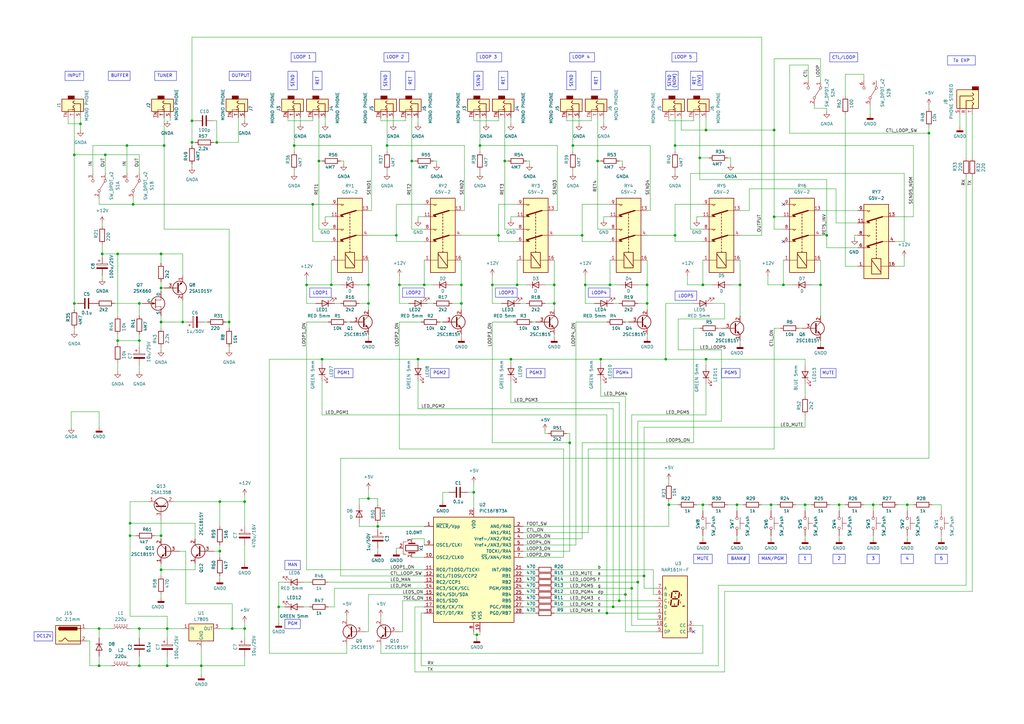
<source format=kicad_sch>
(kicad_sch (version 20250114) (generator "eeschema") (generator_version "9.0")
  (paper "A3")
  (title_block (title "Noa's Ark PTBS-1 Programmable True Bypass Switcher") (date "2025-02-22") (rev "B") (company "Drawn by JJ1LFO@jarl.com"))
  (lib_symbols
    (symbol "Connector:Jack-DC" (pin_names (offset 1.016))
      (property "Reference" "J" (at 0 5.334 0))
      (property "Value" "Jack-DC" (at 0 -5.08 0))
      (symbol "Jack-DC_1_1"
        (pin passive line (at 7.62 2.54 180) (length 2.54) (name "~") (number "1"))
        (pin passive line (at 7.62 -2.54 180) (length 2.54) (name "~") (number "2"))
      )
    )
    (symbol "Connector_Audio:AudioJack2_SwitchT"
      (property "Reference" "J" (at 0 8.89 0))
      (property "Value" "AudioJack2_SwitchT" (at 0 6.35 0))
      (symbol "AudioJack2_SwitchT_1_1"
        (pin passive line (at 5.08 2.54 180) (length 2.54) (name "~") (number "S"))
        (pin passive line (at 5.08 0 180) (length 2.54) (name "~") (number "T"))
        (pin passive line (at 5.08 -2.54 180) (length 2.54) (name "~") (number "TN"))
      )
    )
    (symbol "Connector_Audio:AudioJack3"
      (property "Reference" "J" (at 0 8.89 0))
      (property "Value" "AudioJack3" (at 0 6.35 0))
      (symbol "AudioJack3_1_1"
        (pin passive line (at 5.08 2.54 180) (length 2.54) (name "~") (number "S"))
        (pin passive line (at 5.08 0 180) (length 2.54) (name "~") (number "R"))
        (pin passive line (at 5.08 -2.54 180) (length 2.54) (name "~") (number "T"))
      )
    )
    (symbol "Device:C" (pin_numbers (hide yes)) (pin_names (offset 0.254))
      (property "Reference" "C" (at 0.635 2.54 0))
      (property "Value" "C" (at 0.635 -2.54 0))
      (symbol "C_1_1"
        (pin passive line (at 0 3.81 270) (length 2.794) (name "~") (number "1"))
        (pin passive line (at 0 -3.81 90) (length 2.794) (name "~") (number "2"))
      )
    )
    (symbol "Device:C_Polarized" (pin_numbers (hide yes)) (pin_names (offset 0.254))
      (property "Reference" "C" (at 0.635 2.54 0))
      (property "Value" "C_Polarized" (at 0.635 -2.54 0))
      (symbol "C_Polarized_1_1"
        (pin passive line (at 0 3.81 270) (length 2.794) (name "~") (number "1"))
        (pin passive line (at 0 -3.81 90) (length 2.794) (name "~") (number "2"))
      )
    )
    (symbol "Device:Crystal_GND2" (pin_names (offset 1.016) (hide yes))
      (property "Reference" "Y" (at 0 5.715 0))
      (property "Value" "Crystal_GND2" (at 0 3.81 0))
      (symbol "Crystal_GND2_1_1"
        (pin passive line (at -3.81 0 0) (length 1.27) (name "1") (number "1"))
        (pin passive line (at 0 -5.08 90) (length 1.27) (name "2") (number "2"))
        (pin passive line (at 3.81 0 180) (length 1.27) (name "3") (number "3"))
      )
    )
    (symbol "Device:D" (pin_numbers (hide yes)) (pin_names (offset 1.016) (hide yes))
      (property "Reference" "D" (at 0 2.54 0))
      (property "Value" "D" (at 0 -2.54 0))
      (symbol "D_1_1"
        (pin passive line (at -3.81 0 0) (length 2.54) (name "K") (number "1"))
        (pin passive line (at 3.81 0 180) (length 2.54) (name "A") (number "2"))
      )
    )
    (symbol "Device:LED" (pin_numbers (hide yes)) (pin_names (offset 1.016) (hide yes))
      (property "Reference" "D" (at 0 2.54 0))
      (property "Value" "LED" (at 0 -2.54 0))
      (symbol "LED_1_1"
        (pin passive line (at -3.81 0 0) (length 2.54) (name "K") (number "1"))
        (pin passive line (at 3.81 0 180) (length 2.54) (name "A") (number "2"))
      )
    )
    (symbol "Device:L_Ferrite" (pin_numbers (hide yes)) (pin_names (offset 1.016) (hide yes))
      (property "Reference" "L" (at -1.27 0 90))
      (property "Value" "L_Ferrite" (at 2.794 0 90))
      (symbol "L_Ferrite_1_1"
        (pin passive line (at 0 3.81 270) (length 1.27) (name "1") (number "1"))
        (pin passive line (at 0 -3.81 90) (length 1.27) (name "2") (number "2"))
      )
    )
    (symbol "Device:R" (pin_numbers (hide yes)) (pin_names (offset 0))
      (property "Reference" "R" (at 2.032 0 90))
      (property "Value" "R" (at 0 0 90))
      (symbol "R_1_1"
        (pin passive line (at 0 3.81 270) (length 1.27) (name "~") (number "1"))
        (pin passive line (at 0 -3.81 90) (length 1.27) (name "~") (number "2"))
      )
    )
    (symbol "Display_Character:SM420561N"
      (property "Reference" "U" (at -2.54 13.97 0))
      (property "Value" "SM420561N" (at 1.27 13.97 0))
      (symbol "SM420561N_0_0"
        (text "E" (at -2.54 1.778 0) (effects (font (size 0.508 0.508))))
        (text "F" (at -2.286 4.826 0) (effects (font (size 0.508 0.508))))
        (text "D" (at -0.254 1.016 0) (effects (font (size 0.508 0.508))))
        (text "G" (at 0 4.064 0) (effects (font (size 0.508 0.508))))
        (text "A" (at 0.254 5.588 0) (effects (font (size 0.508 0.508))))
        (text "C" (at 2.286 1.778 0) (effects (font (size 0.508 0.508))))
        (text "B" (at 2.54 4.826 0) (effects (font (size 0.508 0.508))))
        (text "DP" (at 3.556 0.254 0) (effects (font (size 0.508 0.508))))
      )
      (symbol "SM420561N_1_1"
        (pin input line (at -7.62 7.62 0) (length 2.54) (name "A") (number "7"))
        (pin input line (at -7.62 5.08 0) (length 2.54) (name "B") (number "6"))
        (pin input line (at -7.62 2.54 0) (length 2.54) (name "C") (number "4"))
        (pin input line (at -7.62 0 0) (length 2.54) (name "D") (number "2"))
        (pin input line (at -7.62 -2.54 0) (length 2.54) (name "E") (number "1"))
        (pin input line (at -7.62 -5.08 0) (length 2.54) (name "F") (number "9"))
        (pin input line (at -7.62 -7.62 0) (length 2.54) (name "G") (number "10"))
        (pin input line (at -7.62 -10.16 0) (length 2.54) (name "DP") (number "5"))
        (pin input line (at 7.62 -7.62 180) (length 2.54) (name "CC") (number "3"))
        (pin input line (at 7.62 -10.16 180) (length 2.54) (name "CC") (number "8"))
      )
    )
    (symbol "MCU_Microchip_PIC16:PIC16F873-XXISP" (pin_names (offset 1.016))
      (property "Reference" "U" (at 2.54 25.4 0))
      (property "Value" "PIC16F873-XXISP" (at 2.54 22.86 0))
      (symbol "PIC16F873-XXISP_1_1"
        (pin input line (at -20.32 17.78 0) (length 3.81) (name "~{MCLR}/Vpp") (number "1"))
        (pin input line (at -20.32 10.16 0) (length 3.81) (name "OSC1/CLKI") (number "9"))
        (pin output line (at -20.32 5.08 0) (length 3.81) (name "OSC2/CLKO") (number "10"))
        (pin bidirectional line (at -20.32 0 0) (length 3.81) (name "RC0/T1OSO/T1CKI") (number "11"))
        (pin bidirectional line (at -20.32 -2.54 0) (length 3.81) (name "RC1/T1OSI/CCP2") (number "12"))
        (pin bidirectional line (at -20.32 -5.08 0) (length 3.81) (name "RC2/CCP1") (number "13"))
        (pin bidirectional line (at -20.32 -7.62 0) (length 3.81) (name "RC3/SCK/SCL") (number "14"))
        (pin bidirectional line (at -20.32 -10.16 0) (length 3.81) (name "RC4/SDI/SDA") (number "15"))
        (pin bidirectional line (at -20.32 -12.7 0) (length 3.81) (name "RC5/SDO") (number "16"))
        (pin bidirectional line (at -20.32 -15.24 0) (length 3.81) (name "RC6/CK/TX") (number "17"))
        (pin bidirectional line (at -20.32 -17.78 0) (length 3.81) (name "RC7/DT/RX") (number "18"))
        (pin power_in line (at 0 25.4 270) (length 3.81) (name "VDD") (number "20"))
        (pin power_in line (at 0 -25.4 90) (length 3.81) (name "VSS") (number "8"))
        (pin power_in line (at 2.54 -25.4 90) (length 3.81) (name "VSS") (number "19"))
        (pin bidirectional line (at 20.32 17.78 180) (length 3.81) (name "AN0/RA0") (number "2"))
        (pin bidirectional line (at 20.32 15.24 180) (length 3.81) (name "AN1/RA1") (number "3"))
        (pin bidirectional line (at 20.32 12.7 180) (length 3.81) (name "Vref-/AN2/RA2") (number "4"))
        (pin bidirectional line (at 20.32 10.16 180) (length 3.81) (name "Vref+/AN3/RA3") (number "5"))
        (pin bidirectional line (at 20.32 7.62 180) (length 3.81) (name "T0CKI/RA4") (number "6"))
        (pin bidirectional line (at 20.32 5.08 180) (length 3.81) (name "~{SS}/AN4/RA5") (number "7"))
        (pin bidirectional line (at 20.32 0 180) (length 3.81) (name "INT/RB0") (number "21"))
        (pin bidirectional line (at 20.32 -2.54 180) (length 3.81) (name "RB1") (number "22"))
        (pin bidirectional line (at 20.32 -5.08 180) (length 3.81) (name "RB2") (number "23"))
        (pin bidirectional line (at 20.32 -7.62 180) (length 3.81) (name "PGM/RB3") (number "24"))
        (pin bidirectional line (at 20.32 -10.16 180) (length 3.81) (name "RB4") (number "25"))
        (pin bidirectional line (at 20.32 -12.7 180) (length 3.81) (name "RB5") (number "26"))
        (pin bidirectional line (at 20.32 -15.24 180) (length 3.81) (name "PGC/RB6") (number "27"))
        (pin bidirectional line (at 20.32 -17.78 180) (length 3.81) (name "PGD/RB7") (number "28"))
      )
    )
    (symbol "Regulator_Linear:L7805" (pin_names (offset 0.254))
      (property "Reference" "U" (at -3.81 3.175 0))
      (property "Value" "L7805" (at 0 3.175 0))
      (symbol "L7805_1_1"
        (pin power_in line (at -7.62 0 0) (length 2.54) (name "IN") (number "1"))
        (pin power_in line (at 0 -7.62 90) (length 2.54) (name "GND") (number "2"))
        (pin power_out line (at 7.62 0 180) (length 2.54) (name "OUT") (number "3"))
      )
    )
    (symbol "Relay:G5V-2"
      (property "Reference" "K" (at 16.51 3.81 0))
      (property "Value" "G5V-2" (at 16.51 1.27 0))
      (symbol "G5V-2_1_1"
        (pin passive line (at -10.16 7.62 270) (length 2.54) (name "~") (number "1"))
        (pin passive line (at -10.16 -7.62 90) (length 2.54) (name "~") (number "16"))
        (pin passive line (at -2.54 7.62 270) (length 2.54) (name "~") (number "6"))
        (pin passive line (at 0 -7.62 90) (length 2.54) (name "~") (number "4"))
        (pin passive line (at 2.54 7.62 270) (length 2.54) (name "~") (number "8"))
        (pin passive line (at 7.62 7.62 270) (length 2.54) (name "~") (number "11"))
        (pin passive line (at 10.16 -7.62 90) (length 2.54) (name "~") (number "13"))
        (pin passive line (at 12.7 7.62 270) (length 2.54) (name "~") (number "9"))
      )
    )
    (symbol "Simulation_SPICE:NJFET" (pin_numbers (hide yes)) (pin_names (offset 0))
      (property "Reference" "Q" (at 5.08 1.27 0))
      (property "Value" "NJFET" (at 5.08 -1.27 0))
      (symbol "NJFET_1_1"
        (pin input line (at -5.08 0 0) (length 5.334) (name "G") (number "2"))
        (pin passive line (at 2.54 5.08 270) (length 2.54) (name "D") (number "1"))
        (pin passive line (at 2.54 -5.08 90) (length 2.54) (name "S") (number "3"))
      )
    )
    (symbol "Switch:SW_DPDT_x2" (pin_names (offset 0) (hide yes))
      (property "Reference" "SW" (at 0 4.318 0))
      (property "Value" "SW_DPDT_x2" (at 0 -5.08 0))
      (symbol "SW_DPDT_x2_1_1"
        (pin passive line (at -5.08 0 0) (length 2.54) (name "B") (number "2"))
        (pin passive line (at 5.08 2.54 180) (length 2.54) (name "A") (number "1"))
        (pin passive line (at 5.08 -2.54 180) (length 2.54) (name "C") (number "3"))
      )
      (symbol "SW_DPDT_x2_2_1"
        (pin passive line (at -5.08 0 0) (length 2.54) (name "B") (number "5"))
        (pin passive line (at 5.08 2.54 180) (length 2.54) (name "A") (number "4"))
        (pin passive line (at 5.08 -2.54 180) (length 2.54) (name "C") (number "6"))
      )
    )
    (symbol "Switch:SW_Push" (pin_numbers (hide yes)) (pin_names (offset 1.016) (hide yes))
      (property "Reference" "SW" (at 1.27 2.54 0))
      (property "Value" "SW_Push" (at 0 -1.524 0))
      (symbol "SW_Push_0_1"
        (pin passive line (at -5.08 0 0) (length 2.54) (name "1") (number "1"))
        (pin passive line (at 5.08 0 180) (length 2.54) (name "2") (number "2"))
      )
    )
    (symbol "Transistor_BJT:2SA1015" (pin_names (offset 0) (hide yes))
      (property "Reference" "Q" (at 5.08 1.905 0))
      (property "Value" "2SA1015" (at 5.08 0 0))
      (symbol "2SA1015_1_1"
        (pin input line (at -5.08 0 0) (length 5.08) (name "B") (number "3"))
        (pin passive line (at 2.54 5.08 270) (length 2.54) (name "C") (number "2"))
        (pin passive line (at 2.54 -5.08 90) (length 2.54) (name "E") (number "1"))
      )
    )
    (symbol "Transistor_BJT:2SC1815" (pin_names (offset 0) (hide yes))
      (property "Reference" "Q" (at 5.08 1.905 0))
      (property "Value" "2SC1815" (at 5.08 0 0))
      (symbol "2SC1815_1_1"
        (pin input line (at -5.08 0 0) (length 5.08) (name "B") (number "3"))
        (pin passive line (at 2.54 5.08 270) (length 2.54) (name "C") (number "2"))
        (pin passive line (at 2.54 -5.08 90) (length 2.54) (name "E") (number "1"))
      )
    )
    (symbol "power:+12V" (power) (pin_names (offset 0))
      (property "Value" "+12V" (at 0 3.556 0))
      (symbol "+12V_1_1"
        (pin power_in line (at 0 0 90) (length 0) (hide yes) (name "+12V") (number "1"))
      )
    )
    (symbol "power:+5V" (power) (pin_names (offset 0))
      (property "Value" "+5V" (at 0 3.556 0))
      (symbol "+5V_1_1"
        (pin power_in line (at 0 0 90) (length 0) (hide yes) (name "+5V") (number "1"))
      )
    )
    (symbol "power:GND" (power) (pin_names (offset 0))
      (property "Value" "GND" (at 0 -3.81 0))
      (symbol "GND_1_1"
        (pin power_in line (at 0 0 270) (length 0) (hide yes) (name "GND") (number "1"))
      )
    )
    (symbol "power:GNDA" (power) (pin_names (offset 0))
      (property "Value" "GNDA" (at 0 -3.81 0))
      (symbol "GNDA_1_1"
        (pin power_in line (at 0 0 270) (length 0) (hide yes) (name "GNDA") (number "1"))
      )
    )
    (symbol "power:GNDD" (power) (pin_names (offset 0))
      (property "Value" "GNDD" (at 0 -3.175 0))
      (symbol "GNDD_1_1"
        (pin power_in line (at 0 0 270) (length 0) (hide yes) (name "GNDD") (number "1"))
      )
    )
  )
  (text_box "CTL/LOOP" (at 340.36 21.59 0) (size 11.43 3.81) (margins 0.9525 0.9525 0.9525 0.9525) (effects (font (size 1.27 1.27))))
  (text_box "LOOP3" (at 203.2 118.11 0) (size 8.89 3.81) (margins 0.9525 0.9525 0.9525 0.9525) (effects (font (size 1.27 1.27))))
  (text_box "RET\n(INV)" (at 283.21 29.21 90) (size 5.08 7.62) (margins 0.9525 0.9525 0.9525 0.9525) (effects (font (size 1.27 1.27))))
  (text_box "SEND" (at 194.31 29.21 90) (size 3.81 7.62) (margins 0.9525 0.9525 0.9525 0.9525) (effects (font (size 1.27 1.27))))
  (text_box "LOOP2" (at 165.1 118.11 0) (size 8.89 3.81) (margins 0.9525 0.9525 0.9525 0.9525) (effects (font (size 1.27 1.27))))
  (text_box "MAN" (at 116.84 229.87 0) (size 6.35 3.81) (margins 0.9525 0.9525 0.9525 0.9525) (effects (font (size 1.27 1.27)) (justify top)))
  (text_box "5" (at 383.54 227.33 0) (size 5.08 3.81) (margins 0.9525 0.9525 0.9525 0.9525) (effects (font (size 1.27 1.27)) (justify top)))
  (text_box "SEND" (at 232.41 29.21 90) (size 3.81 7.62) (margins 0.9525 0.9525 0.9525 0.9525) (effects (font (size 1.27 1.27))))
  (text_box "3" (at 355.6 227.33 0) (size 5.08 3.81) (margins 0.9525 0.9525 0.9525 0.9525) (effects (font (size 1.27 1.27)) (justify top)))
  (text_box "TUNER" (at 63.5 29.21 0) (size 8.89 3.81) (margins 0.9525 0.9525 0.9525 0.9525) (effects (font (size 1.27 1.27)) (justify left top)))
  (text_box "LOOP 1" (at 119.38 21.59 0) (size 10.16 3.81) (margins 0.9525 0.9525 0.9525 0.9525) (effects (font (size 1.27 1.27)) (justify left top)))
  (text_box "LOOP1" (at 127 118.11 0) (size 8.89 3.81) (margins 0.9525 0.9525 0.9525 0.9525) (effects (font (size 1.27 1.27))))
  (text_box "BANK#" (at 298.45 227.33 0) (size 8.89 3.81) (margins 0.9525 0.9525 0.9525 0.9525) (effects (font (size 1.27 1.27)) (justify top)))
  (text_box "RET" (at 166.37 29.21 90) (size 3.81 7.62) (margins 0.9525 0.9525 0.9525 0.9525) (effects (font (size 1.27 1.27))))
  (text_box "RET" (at 242.57 29.21 90) (size 3.81 7.62) (margins 0.9525 0.9525 0.9525 0.9525) (effects (font (size 1.27 1.27))))
  (text_box "PGM2" (at 176.53 151.13 0) (size 7.62 3.81) (margins 0.9525 0.9525 0.9525 0.9525) (effects (font (size 1.27 1.27)) (justify top)))
  (text_box "LOOP5" (at 276.86 119.38 0) (size 8.89 3.81) (margins 0.9525 0.9525 0.9525 0.9525) (effects (font (size 1.27 1.27))))
  (text_box "LOOP 2" (at 157.48 21.59 0) (size 10.16 3.81) (margins 0.9525 0.9525 0.9525 0.9525) (effects (font (size 1.27 1.27)) (justify left top)))
  (text_box "PGM5" (at 295.91 151.13 0) (size 7.62 3.81) (margins 0.9525 0.9525 0.9525 0.9525) (effects (font (size 1.27 1.27)) (justify top)))
  (text_box "PGM1" (at 137.16 151.13 0) (size 7.62 3.81) (margins 0.9525 0.9525 0.9525 0.9525) (effects (font (size 1.27 1.27)) (justify top)))
  (text_box "LOOP 3" (at 195.58 21.59 0) (size 10.16 3.81) (margins 0.9525 0.9525 0.9525 0.9525) (effects (font (size 1.27 1.27)) (justify left top)))
  (text_box "RET" (at 204.47 29.21 90) (size 3.81 7.62) (margins 0.9525 0.9525 0.9525 0.9525) (effects (font (size 1.27 1.27))))
  (text_box "LOOP 5" (at 275.59 21.59 0) (size 10.16 3.81) (margins 0.9525 0.9525 0.9525 0.9525) (effects (font (size 1.27 1.27)) (justify left top)))
  (text_box "SEND\n(NOM)" (at 273.05 29.21 90) (size 5.08 7.62) (margins 0.9525 0.9525 0.9525 0.9525) (effects (font (size 1.27 1.27))))
  (text_box "BUFFER" (at 44.45 29.21 0) (size 8.89 3.81) (margins 0.9525 0.9525 0.9525 0.9525) (effects (font (size 1.27 1.27)) (justify left top)))
  (text_box "MUTE" (at 336.55 151.13 0) (size 6.35 3.81) (margins 0.9525 0.9525 0.9525 0.9525) (effects (font (size 1.27 1.27)) (justify top)))
  (text_box "INPUT" (at 26.67 29.21 0) (size 7.62 3.81) (margins 0.9525 0.9525 0.9525 0.9525) (effects (font (size 1.27 1.27)) (justify left top)))
  (text_box "PGM" (at 116.84 254 0) (size 6.35 3.81) (margins 0.9525 0.9525 0.9525 0.9525) (effects (font (size 1.27 1.27)) (justify top)))
  (text_box "LOOP4" (at 241.3 118.11 0) (size 8.89 3.81) (margins 0.9525 0.9525 0.9525 0.9525) (effects (font (size 1.27 1.27))))
  (text_box "1" (at 327.66 227.33 0) (size 5.08 3.81) (margins 0.9525 0.9525 0.9525 0.9525) (effects (font (size 1.27 1.27)) (justify top)))
  (text_box "SEND" (at 118.11 29.21 90) (size 3.81 7.62) (margins 0.9525 0.9525 0.9525 0.9525) (effects (font (size 1.27 1.27))))
  (text_box "4" (at 369.57 227.33 0) (size 5.08 3.81) (margins 0.9525 0.9525 0.9525 0.9525) (effects (font (size 1.27 1.27)) (justify top)))
  (text_box "To EXP" (at 388.62 22.86 0) (size 11.43 3.81) (margins 0.9525 0.9525 0.9525 0.9525) (effects (font (size 1.27 1.27))))
  (text_box "SEND" (at 156.21 29.21 90) (size 3.81 7.62) (margins 0.9525 0.9525 0.9525 0.9525) (effects (font (size 1.27 1.27))))
  (text_box "PGM3" (at 215.9 151.13 0) (size 7.62 3.81) (margins 0.9525 0.9525 0.9525 0.9525) (effects (font (size 1.27 1.27)) (justify top)))
  (text_box "DC12V" (at 13.97 259.08 0) (size 7.62 3.81) (margins 0.9525 0.9525 0.9525 0.9525) (effects (font (size 1.27 1.27)) (justify left top)))
  (text_box "RET" (at 128.27 29.21 90) (size 3.81 7.62) (margins 0.9525 0.9525 0.9525 0.9525) (effects (font (size 1.27 1.27))))
  (text_box "LOOP 4" (at 233.68 21.59 0) (size 10.16 3.81) (margins 0.9525 0.9525 0.9525 0.9525) (effects (font (size 1.27 1.27)) (justify left top)))
  (text_box "OUTPUT" (at 93.98 29.21 0) (size 8.89 3.81) (margins 0.9525 0.9525 0.9525 0.9525) (effects (font (size 1.27 1.27)) (justify left top)))
  (text_box "PGM4" (at 251.46 151.13 0) (size 7.62 3.81) (margins 0.9525 0.9525 0.9525 0.9525) (effects (font (size 1.27 1.27)) (justify top)))
  (text_box "MAN/PGM" (at 311.15 227.33 0) (size 11.43 3.81) (margins 0.9525 0.9525 0.9525 0.9525) (effects (font (size 1.27 1.27)) (justify top)))
  (text_box "MUTE" (at 284.48 227.33 0) (size 7.62 3.81) (margins 0.9525 0.9525 0.9525 0.9525) (effects (font (size 1.27 1.27)) (justify top)))
  (text_box "2" (at 341.63 227.33 0) (size 5.08 3.81) (margins 0.9525 0.9525 0.9525 0.9525) (effects (font (size 1.27 1.27)) (justify top)))
  (junction (at 132.08 147.32))
  (junction (at 381 54.61))
  (junction (at 100.33 257.81))
  (junction (at 53.34 214.63))
  (junction (at 330.2 207.01))
  (junction (at 204.47 96.52))
  (junction (at 151.13 116.84))
  (junction (at 316.23 207.01))
  (junction (at 207.01 66.04))
  (junction (at 40.64 273.05))
  (junction (at 74.93 132.08))
  (junction (at 163.83 116.84))
  (junction (at 227.33 116.84))
  (junction (at 303.53 116.84))
  (junction (at 233.68 181.61))
  (junction (at 135.89 116.84))
  (junction (at 57.15 139.7))
  (junction (at 48.26 139.7))
  (junction (at 317.5 88.9))
  (junction (at 339.09 96.52))
  (junction (at 120.65 59.69))
  (junction (at 248.92 251.46))
  (junction (at 100.33 205.74))
  (junction (at 194.31 201.93))
  (junction (at 265.43 116.84))
  (junction (at 251.46 248.92))
  (junction (at 240.03 116.84))
  (junction (at 317.5 53.34))
  (junction (at 57.15 124.46))
  (junction (at 151.13 204.47))
  (junction (at 261.62 238.76))
  (junction (at 250.19 116.84))
  (junction (at 66.04 132.08))
  (junction (at 33.02 50.8))
  (junction (at 154.94 215.9))
  (junction (at 168.91 66.04))
  (junction (at 245.11 66.04))
  (junction (at 95.25 257.81))
  (junction (at 88.9 58.42))
  (junction (at 54.61 83.82))
  (junction (at 358.14 207.01))
  (junction (at 302.26 207.01))
  (junction (at 264.16 236.22))
  (junction (at 227.33 124.46))
  (junction (at 265.43 124.46))
  (junction (at 68.58 257.81))
  (junction (at 53.34 219.71))
  (junction (at 173.99 116.84))
  (junction (at 48.26 104.14))
  (junction (at 30.48 63.5))
  (junction (at 52.07 59.69))
  (junction (at 287.02 64.77))
  (junction (at 189.23 124.46))
  (junction (at 130.81 66.04))
  (junction (at 344.17 207.01))
  (junction (at 158.75 59.69))
  (junction (at 336.55 116.84))
  (junction (at 78.74 49.53))
  (junction (at 276.86 59.69))
  (junction (at 114.3 248.92))
  (junction (at 66.04 219.71))
  (junction (at 41.91 104.14))
  (junction (at 276.86 96.52))
  (junction (at 288.29 207.01))
  (junction (at 246.38 147.32))
  (junction (at 125.73 116.84))
  (junction (at 66.04 104.14))
  (junction (at 238.76 96.52))
  (junction (at 90.17 205.74))
  (junction (at 259.08 241.3))
  (junction (at 209.55 147.32))
  (junction (at 40.64 257.81))
  (junction (at 212.09 116.84))
  (junction (at 189.23 116.84))
  (junction (at 273.05 147.32))
  (junction (at 256.54 243.84))
  (junction (at 195.58 260.35))
  (junction (at 57.15 257.81))
  (junction (at 66.04 118.11))
  (junction (at 30.48 124.46))
  (junction (at 234.95 59.69))
  (junction (at 289.56 53.34))
  (junction (at 289.56 147.32))
  (junction (at 43.18 63.5))
  (junction (at 57.15 273.05))
  (junction (at 162.56 96.52))
  (junction (at 254 246.38))
  (junction (at 288.29 116.84))
  (junction (at 67.31 59.69))
  (junction (at 201.93 116.84))
  (junction (at 93.98 132.08))
  (junction (at 171.45 147.32))
  (junction (at 90.17 226.06))
  (junction (at 128.27 83.82))
  (junction (at 196.85 59.69))
  (junction (at 321.31 116.84))
  (junction (at 66.04 233.68))
  (junction (at 372.11 207.01))
  (junction (at 68.58 273.05))
  (junction (at 82.55 273.05))
  (junction (at 274.32 207.01))
  (junction (at 151.13 124.46))
  (junction (at 78.74 58.42))
  (no_connect (at 321.31 83.82))
  (no_connect (at 284.48 259.08))
  (no_connect (at 321.31 99.06))
  (wire (pts (xy 87.63 58.42) (xy 88.9 58.42)))
  (wire (pts (xy 130.81 66.04) (xy 130.81 93.98)))
  (wire (pts (xy 227.33 106.68) (xy 227.33 116.84)))
  (wire (pts (xy 227.33 251.46) (xy 248.92 251.46)))
  (wire (pts (xy 68.58 257.81) (xy 74.93 257.81)))
  (wire (pts (xy 53.34 219.71) (xy 55.88 219.71)))
  (wire (pts (xy 171.45 88.9) (xy 171.45 90.17)))
  (wire (pts (xy 274.32 196.85) (xy 274.32 198.12)))
  (wire (pts (xy 283.21 93.98) (xy 283.21 71.12)))
  (wire (pts (xy 201.93 116.84) (xy 212.09 116.84)))
  (wire (pts (xy 227.33 116.84) (xy 223.52 116.84)))
  (wire (pts (xy 330.2 219.71) (xy 330.2 220.98)))
  (wire (pts (xy 234.95 48.26) (xy 234.95 59.69)))
  (wire (pts (xy 237.49 48.26) (xy 237.49 50.8)))
  (wire (pts (xy 172.72 251.46) (xy 172.72 273.05)))
  (wire (pts (xy 207.01 48.26) (xy 207.01 66.04)))
  (wire (pts (xy 199.39 48.26) (xy 199.39 50.8)))
  (wire (pts (xy 90.17 257.81) (xy 95.25 257.81)))
  (wire (pts (xy 154.94 224.79) (xy 154.94 226.06)))
  (wire (pts (xy 87.63 49.53) (xy 88.9 49.53)))
  (wire (pts (xy 307.34 77.47) (xy 342.9 77.47)))
  (wire (pts (xy 80.01 58.42) (xy 78.74 58.42)))
  (wire (pts (xy 173.99 116.84) (xy 177.8 116.84)))
  (wire (pts (xy 171.45 156.21) (xy 171.45 167.64)))
  (wire (pts (xy 358.14 207.01) (xy 358.14 209.55)))
  (wire (pts (xy 250.19 88.9) (xy 247.65 88.9)))
  (wire (pts (xy 170.18 248.92) (xy 170.18 275.59)))
  (wire (pts (xy 267.97 243.84) (xy 267.97 233.68)))
  (wire (pts (xy 358.14 219.71) (xy 358.14 220.98)))
  (wire (pts (xy 372.11 219.71) (xy 372.11 220.98)))
  (wire (pts (xy 151.13 243.84) (xy 173.99 243.84)))
  (wire (pts (xy 227.33 236.22) (xy 264.16 236.22)))
  (wire (pts (xy 241.3 184.15) (xy 317.5 184.15)))
  (wire (pts (xy 100.33 205.74) (xy 100.33 215.9)))
  (wire (pts (xy 33.02 50.8) (xy 33.02 53.34)))
  (wire (pts (xy 100.33 48.26) (xy 100.33 49.53)))
  (wire (pts (xy 78.74 49.53) (xy 80.01 49.53)))
  (wire (pts (xy 238.76 99.06) (xy 238.76 96.52)))
  (wire (pts (xy 240.03 116.84) (xy 240.03 124.46)))
  (wire (pts (xy 194.31 49.53) (xy 204.47 49.53)))
  (wire (pts (xy 29.21 168.91) (xy 40.64 168.91)))
  (wire (pts (xy 124.46 238.76) (xy 127 238.76)))
  (wire (pts (xy 215.9 124.46) (xy 213.36 124.46)))
  (wire (pts (xy 201.93 132.08) (xy 201.93 181.61)))
  (wire (pts (xy 250.19 106.68) (xy 250.19 116.84)))
  (wire (pts (xy 173.99 99.06) (xy 162.56 99.06)))
  (wire (pts (xy 248.92 170.18) (xy 248.92 251.46)))
  (wire (pts (xy 76.2 247.65) (xy 95.25 247.65)))
  (wire (pts (xy 303.53 86.36) (xy 307.34 86.36)))
  (wire (pts (xy 30.48 135.89) (xy 30.48 134.62)))
  (wire (pts (xy 264.16 241.3) (xy 269.24 241.3)))
  (wire (pts (xy 214.63 236.22) (xy 219.71 236.22)))
  (wire (pts (xy 132.08 147.32) (xy 171.45 147.32)))
  (wire (pts (xy 227.33 96.52) (xy 238.76 96.52)))
  (wire (pts (xy 393.7 46.99) (xy 393.7 52.07)))
  (wire (pts (xy 68.58 273.05) (xy 82.55 273.05)))
  (wire (pts (xy 130.81 48.26) (xy 130.81 66.04)))
  (wire (pts (xy 317.5 134.62) (xy 320.04 134.62)))
  (wire (pts (xy 129.54 124.46) (xy 125.73 124.46)))
  (wire (pts (xy 274.32 48.26) (xy 274.32 49.53)))
  (wire (pts (xy 302.26 219.71) (xy 302.26 220.98)))
  (wire (pts (xy 133.35 88.9) (xy 133.35 90.17)))
  (wire (pts (xy 214.63 226.06) (xy 233.68 226.06)))
  (wire (pts (xy 289.56 147.32) (xy 289.56 149.86)))
  (wire (pts (xy 336.55 106.68) (xy 336.55 116.84)))
  (wire (pts (xy 254 165.1) (xy 254 246.38)))
  (wire (pts (xy 173.99 106.68) (xy 173.99 116.84)))
  (wire (pts (xy 321.31 116.84) (xy 325.12 116.84)))
  (wire (pts (xy 209.55 156.21) (xy 209.55 165.1)))
  (wire (pts (xy 288.29 106.68) (xy 288.29 116.84)))
  (wire (pts (xy 195.58 260.35) (xy 195.58 261.62)))
  (wire (pts (xy 256.54 259.08) (xy 269.24 259.08)))
  (wire (pts (xy 57.15 71.12) (xy 57.15 63.5)))
  (wire (pts (xy 66.04 213.36) (xy 66.04 219.71)))
  (wire (pts (xy 231.14 184.15) (xy 163.83 184.15)))
  (wire (pts (xy 161.29 48.26) (xy 161.29 50.8)))
  (wire (pts (xy 48.26 139.7) (xy 48.26 140.97)))
  (wire (pts (xy 330.2 175.26) (xy 264.16 175.26)))
  (wire (pts (xy 288.29 116.84) (xy 292.1 116.84)))
  (wire (pts (xy 57.15 124.46) (xy 57.15 129.54)))
  (wire (pts (xy 298.45 64.77) (xy 299.72 64.77)))
  (wire (pts (xy 214.63 243.84) (xy 219.71 243.84)))
  (wire (pts (xy 41.91 105.41) (xy 41.91 104.14)))
  (wire (pts (xy 120.65 59.69) (xy 120.65 62.23)))
  (wire (pts (xy 53.34 257.81) (xy 57.15 257.81)))
  (wire (pts (xy 189.23 106.68) (xy 189.23 116.84)))
  (wire (pts (xy 209.55 147.32) (xy 209.55 148.59)))
  (wire (pts (xy 339.09 73.66) (xy 287.02 73.66)))
  (wire (pts (xy 246.38 162.56) (xy 246.38 156.21)))
  (wire (pts (xy 57.15 273.05) (xy 68.58 273.05)))
  (wire (pts (xy 234.95 59.69) (xy 266.7 59.69)))
  (wire (pts (xy 40.64 81.28) (xy 40.64 83.82)))
  (wire (pts (xy 67.31 93.98) (xy 67.31 59.69)))
  (wire (pts (xy 372.11 207.01) (xy 372.11 209.55)))
  (wire (pts (xy 212.09 106.68) (xy 212.09 116.84)))
  (wire (pts (xy 68.58 269.24) (xy 68.58 273.05)))
  (wire (pts (xy 336.55 116.84) (xy 332.74 116.84)))
  (wire (pts (xy 82.55 273.05) (xy 100.33 273.05)))
  (wire (pts (xy 344.17 207.01) (xy 340.36 207.01)))
  (wire (pts (xy 201.93 116.84) (xy 201.93 124.46)))
  (wire (pts (xy 57.15 124.46) (xy 58.42 124.46)))
  (wire (pts (xy 227.33 246.38) (xy 254 246.38)))
  (wire (pts (xy 274.32 207.01) (xy 274.32 215.9)))
  (wire (pts (xy 288.29 267.97) (xy 288.29 256.54)))
  (wire (pts (xy 139.7 236.22) (xy 173.99 236.22)))
  (wire (pts (xy 172.72 273.05) (xy 294.64 273.05)))
  (wire (pts (xy 207.01 93.98) (xy 212.09 93.98)))
  (wire (pts (xy 194.31 201.93) (xy 191.77 201.93)))
  (wire (pts (xy 132.08 156.21) (xy 132.08 170.18)))
  (wire (pts (xy 66.04 143.51) (xy 66.04 142.24)))
  (wire (pts (xy 53.34 214.63) (xy 80.01 214.63)))
  (wire (pts (xy 204.47 83.82) (xy 212.09 83.82)))
  (wire (pts (xy 284.48 124.46) (xy 273.05 124.46)))
  (wire (pts (xy 151.13 204.47) (xy 147.32 204.47)))
  (wire (pts (xy 43.18 63.5) (xy 43.18 71.12)))
  (wire (pts (xy 88.9 49.53) (xy 88.9 58.42)))
  (wire (pts (xy 279.4 53.34) (xy 289.56 53.34)))
  (wire (pts (xy 194.31 48.26) (xy 194.31 49.53)))
  (wire (pts (xy 214.63 223.52) (xy 236.22 223.52)))
  (wire (pts (xy 166.37 49.53) (xy 166.37 48.26)))
  (wire (pts (xy 264.16 236.22) (xy 264.16 241.3)))
  (wire (pts (xy 245.11 48.26) (xy 245.11 66.04)))
  (wire (pts (xy 163.83 132.08) (xy 172.72 132.08)))
  (wire (pts (xy 234.95 59.69) (xy 234.95 62.23)))
  (wire (pts (xy 217.17 66.04) (xy 217.17 67.31)))
  (wire (pts (xy 74.93 104.14) (xy 74.93 113.03)))
  (wire (pts (xy 40.64 273.05) (xy 36.83 273.05)))
  (wire (pts (xy 177.8 66.04) (xy 179.07 66.04)))
  (wire (pts (xy 78.74 15.24) (xy 312.42 15.24)))
  (wire (pts (xy 243.84 124.46) (xy 240.03 124.46)))
  (wire (pts (xy 342.9 77.47) (xy 342.9 91.44)))
  (wire (pts (xy 168.91 48.26) (xy 168.91 66.04)))
  (wire (pts (xy 209.55 147.32) (xy 246.38 147.32)))
  (wire (pts (xy 151.13 124.46) (xy 147.32 124.46)))
  (wire (pts (xy 212.09 116.84) (xy 215.9 116.84)))
  (wire (pts (xy 57.15 269.24) (xy 57.15 273.05)))
  (wire (pts (xy 248.92 251.46) (xy 269.24 251.46)))
  (wire (pts (xy 67.31 59.69) (xy 52.07 59.69)))
  (wire (pts (xy 214.63 246.38) (xy 219.71 246.38)))
  (wire (pts (xy 398.78 72.39) (xy 398.78 242.57)))
  (wire (pts (xy 118.11 48.26) (xy 118.11 49.53)))
  (wire (pts (xy 142.24 267.97) (xy 110.49 267.97)))
  (wire (pts (xy 171.45 148.59) (xy 171.45 147.32)))
  (wire (pts (xy 40.64 257.81) (xy 40.64 261.62)))
  (wire (pts (xy 288.29 88.9) (xy 285.75 88.9)))
  (wire (pts (xy 317.5 88.9) (xy 317.5 93.98)))
  (wire (pts (xy 381 52.07) (xy 381 54.61)))
  (wire (pts (xy 196.85 59.69) (xy 228.6 59.69)))
  (wire (pts (xy 133.35 88.9) (xy 135.89 88.9)))
  (wire (pts (xy 374.65 88.9) (xy 367.03 88.9)))
  (wire (pts (xy 227.33 238.76) (xy 261.62 238.76)))
  (wire (pts (xy 67.31 48.26) (xy 67.31 59.69)))
  (wire (pts (xy 83.82 132.08) (xy 85.09 132.08)))
  (wire (pts (xy 48.26 148.59) (xy 48.26 152.4)))
  (wire (pts (xy 184.15 201.93) (xy 181.61 201.93)))
  (wire (pts (xy 189.23 116.84) (xy 189.23 124.46)))
  (wire (pts (xy 168.91 66.04) (xy 168.91 93.98)))
  (wire (pts (xy 214.63 228.6) (xy 231.14 228.6)))
  (wire (pts (xy 266.7 86.36) (xy 266.7 59.69)))
  (wire (pts (xy 245.11 66.04) (xy 245.11 93.98)))
  (wire (pts (xy 95.25 257.81) (xy 100.33 257.81)))
  (wire (pts (xy 210.82 132.08) (xy 201.93 132.08)))
  (wire (pts (xy 368.3 207.01) (xy 372.11 207.01)))
  (wire (pts (xy 228.6 86.36) (xy 227.33 86.36)))
  (wire (pts (xy 196.85 59.69) (xy 196.85 62.23)))
  (wire (pts (xy 321.31 106.68) (xy 321.31 116.84)))
  (wire (pts (xy 381 54.61) (xy 381 187.96)))
  (wire (pts (xy 299.72 64.77) (xy 299.72 67.31)))
  (wire (pts (xy 227.33 137.16) (xy 227.33 138.43)))
  (wire (pts (xy 170.18 275.59) (xy 297.18 275.59)))
  (wire (pts (xy 92.71 132.08) (xy 93.98 132.08)))
  (wire (pts (xy 227.33 116.84) (xy 227.33 124.46)))
  (wire (pts (xy 125.73 132.08) (xy 125.73 233.68)))
  (wire (pts (xy 74.93 132.08) (xy 66.04 132.08)))
  (wire (pts (xy 215.9 66.04) (xy 217.17 66.04)))
  (wire (pts (xy 261.62 254) (xy 269.24 254)))
  (wire (pts (xy 386.08 207.01) (xy 386.08 209.55)))
  (wire (pts (xy 76.2 226.06) (xy 76.2 247.65)))
  (wire (pts (xy 330.2 149.86) (xy 330.2 147.32)))
  (wire (pts (xy 281.94 116.84) (xy 288.29 116.84)))
  (wire (pts (xy 163.83 116.84) (xy 173.99 116.84)))
  (wire (pts (xy 53.34 252.73) (xy 68.58 252.73)))
  (wire (pts (xy 284.48 49.53) (xy 284.48 48.26)))
  (wire (pts (xy 265.43 106.68) (xy 265.43 116.84)))
  (wire (pts (xy 289.56 157.48) (xy 289.56 170.18)))
  (wire (pts (xy 370.84 71.12) (xy 370.84 99.06)))
  (wire (pts (xy 53.34 205.74) (xy 60.96 205.74)))
  (wire (pts (xy 53.34 214.63) (xy 53.34 219.71)))
  (wire (pts (xy 46.99 124.46) (xy 57.15 124.46)))
  (wire (pts (xy 317.5 184.15) (xy 317.5 134.62)))
  (wire (pts (xy 314.96 116.84) (xy 321.31 116.84)))
  (wire (pts (xy 267.97 243.84) (xy 269.24 243.84)))
  (wire (pts (xy 123.19 48.26) (xy 123.19 50.8)))
  (wire (pts (xy 173.99 88.9) (xy 171.45 88.9)))
  (wire (pts (xy 93.98 132.08) (xy 93.98 93.98)))
  (wire (pts (xy 168.91 228.6) (xy 173.99 228.6)))
  (wire (pts (xy 247.65 48.26) (xy 247.65 50.8)))
  (wire (pts (xy 283.21 93.98) (xy 288.29 93.98)))
  (wire (pts (xy 95.25 247.65) (xy 95.25 257.81)))
  (wire (pts (xy 151.13 124.46) (xy 151.13 127)))
  (wire (pts (xy 228.6 59.69) (xy 228.6 86.36)))
  (wire (pts (xy 346.71 30.48) (xy 346.71 39.37)))
  (wire (pts (xy 205.74 124.46) (xy 201.93 124.46)))
  (wire (pts (xy 172.72 251.46) (xy 173.99 251.46)))
  (wire (pts (xy 53.34 273.05) (xy 57.15 273.05)))
  (wire (pts (xy 90.17 226.06) (xy 90.17 228.6)))
  (wire (pts (xy 128.27 49.53) (xy 128.27 48.26)))
  (wire (pts (xy 250.19 116.84) (xy 254 116.84)))
  (wire (pts (xy 285.75 88.9) (xy 285.75 90.17)))
  (wire (pts (xy 162.56 83.82) (xy 162.56 96.52)))
  (wire (pts (xy 292.1 124.46) (xy 297.18 124.46)))
  (wire (pts (xy 151.13 137.16) (xy 151.13 138.43)))
  (wire (pts (xy 125.73 114.3) (xy 125.73 116.84)))
  (wire (pts (xy 246.38 162.56) (xy 256.54 162.56)))
  (wire (pts (xy 302.26 207.01) (xy 298.45 207.01)))
  (wire (pts (xy 41.91 104.14) (xy 48.26 104.14)))
  (wire (pts (xy 207.01 66.04) (xy 207.01 93.98)))
  (wire (pts (xy 259.08 170.18) (xy 259.08 241.3)))
  (wire (pts (xy 167.64 124.46) (xy 163.83 124.46)))
  (wire (pts (xy 154.94 215.9) (xy 173.99 215.9)))
  (wire (pts (xy 142.24 264.16) (xy 142.24 267.97)))
  (wire (pts (xy 67.31 118.11) (xy 66.04 118.11)))
  (wire (pts (xy 165.1 259.08) (xy 163.83 259.08)))
  (wire (pts (xy 139.7 187.96) (xy 381 187.96)))
  (wire (pts (xy 189.23 96.52) (xy 204.47 96.52)))
  (wire (pts (xy 110.49 147.32) (xy 110.49 267.97)))
  (wire (pts (xy 158.75 59.69) (xy 158.75 62.23)))
  (wire (pts (xy 256.54 162.56) (xy 256.54 243.84)))
  (wire (pts (xy 171.45 48.26) (xy 171.45 50.8)))
  (wire (pts (xy 38.1 59.69) (xy 38.1 71.12)))
  (wire (pts (xy 233.68 177.8) (xy 233.68 181.61)))
  (wire (pts (xy 227.33 233.68) (xy 267.97 233.68)))
  (wire (pts (xy 30.48 124.46) (xy 31.75 124.46)))
  (wire (pts (xy 334.01 44.45) (xy 334.01 43.18)))
  (wire (pts (xy 90.17 223.52) (xy 90.17 226.06)))
  (wire (pts (xy 135.89 116.84) (xy 139.7 116.84)))
  (wire (pts (xy 256.54 132.08) (xy 257.81 132.08)))
  (wire (pts (xy 242.57 49.53) (xy 242.57 48.26)))
  (wire (pts (xy 201.93 181.61) (xy 233.68 181.61)))
  (wire (pts (xy 152.4 59.69) (xy 152.4 86.36)))
  (wire (pts (xy 41.91 113.03) (xy 41.91 114.3)))
  (wire (pts (xy 78.74 15.24) (xy 78.74 49.53)))
  (wire (pts (xy 209.55 88.9) (xy 212.09 88.9)))
  (wire (pts (xy 147.32 214.63) (xy 147.32 215.9)))
  (wire (pts (xy 194.31 198.12) (xy 194.31 201.93)))
  (wire (pts (xy 171.45 147.32) (xy 209.55 147.32)))
  (wire (pts (xy 190.5 86.36) (xy 190.5 59.69)))
  (wire (pts (xy 125.73 233.68) (xy 173.99 233.68)))
  (wire (pts (xy 151.13 96.52) (xy 162.56 96.52)))
  (wire (pts (xy 307.34 86.36) (xy 307.34 77.47)))
  (wire (pts (xy 93.98 93.98) (xy 67.31 93.98)))
  (wire (pts (xy 189.23 137.16) (xy 189.23 138.43)))
  (wire (pts (xy 162.56 99.06) (xy 162.56 96.52)))
  (wire (pts (xy 189.23 86.36) (xy 190.5 86.36)))
  (wire (pts (xy 43.18 63.5) (xy 30.48 63.5)))
  (wire (pts (xy 278.13 143.51) (xy 295.91 143.51)))
  (wire (pts (xy 323.85 26.67) (xy 331.47 26.67)))
  (wire (pts (xy 48.26 104.14) (xy 66.04 104.14)))
  (wire (pts (xy 196.85 69.85) (xy 196.85 71.12)))
  (wire (pts (xy 36.83 262.89) (xy 35.56 262.89)))
  (wire (pts (xy 351.79 109.22) (xy 346.71 109.22)))
  (wire (pts (xy 350.52 97.79) (xy 350.52 96.52)))
  (wire (pts (xy 214.63 233.68) (xy 219.71 233.68)))
  (wire (pts (xy 284.48 134.62) (xy 284.48 181.61)))
  (wire (pts (xy 74.93 123.19) (xy 74.93 132.08)))
  (wire (pts (xy 276.86 83.82) (xy 288.29 83.82)))
  (wire (pts (xy 130.81 66.04) (xy 132.08 66.04)))
  (wire (pts (xy 93.98 142.24) (xy 93.98 143.51)))
  (wire (pts (xy 181.61 201.93) (xy 181.61 205.74)))
  (wire (pts (xy 297.18 275.59) (xy 297.18 242.57)))
  (wire (pts (xy 162.56 83.82) (xy 173.99 83.82)))
  (wire (pts (xy 297.18 242.57) (xy 398.78 242.57)))
  (wire (pts (xy 303.53 116.84) (xy 303.53 129.54)))
  (wire (pts (xy 196.85 48.26) (xy 196.85 59.69)))
  (wire (pts (xy 120.65 59.69) (xy 152.4 59.69)))
  (wire (pts (xy 303.53 116.84) (xy 299.72 116.84)))
  (wire (pts (xy 173.99 248.92) (xy 170.18 248.92)))
  (wire (pts (xy 168.91 220.98) (xy 173.99 220.98)))
  (wire (pts (xy 195.58 260.35) (xy 196.85 260.35)))
  (wire (pts (xy 35.56 257.81) (xy 40.64 257.81)))
  (wire (pts (xy 238.76 83.82) (xy 238.76 96.52)))
  (wire (pts (xy 354.33 30.48) (xy 354.33 33.02)))
  (wire (pts (xy 254 246.38) (xy 269.24 246.38)))
  (wire (pts (xy 236.22 132.08) (xy 236.22 223.52)))
  (wire (pts (xy 336.55 139.7) (xy 336.55 140.97)))
  (wire (pts (xy 66.04 132.08) (xy 66.04 134.62)))
  (wire (pts (xy 156.21 48.26) (xy 156.21 49.53)))
  (wire (pts (xy 289.56 53.34) (xy 317.5 53.34)))
  (wire (pts (xy 317.5 24.13) (xy 317.5 53.34)))
  (wire (pts (xy 78.74 58.42) (xy 78.74 49.53)))
  (wire (pts (xy 323.85 54.61) (xy 323.85 26.67)))
  (wire (pts (xy 100.33 269.24) (xy 100.33 273.05)))
  (wire (pts (xy 297.18 124.46) (xy 297.18 130.81)))
  (wire (pts (xy 156.21 49.53) (xy 166.37 49.53)))
  (wire (pts (xy 302.26 207.01) (xy 304.8 207.01)))
  (wire (pts (xy 303.53 139.7) (xy 303.53 140.97)))
  (wire (pts (xy 351.79 86.36) (xy 336.55 86.36)))
  (wire (pts (xy 54.61 81.28) (xy 54.61 83.82)))
  (wire (pts (xy 128.27 83.82) (xy 54.61 83.82)))
  (wire (pts (xy 194.31 260.35) (xy 195.58 260.35)))
  (wire (pts (xy 330.2 170.18) (xy 330.2 175.26)))
  (wire (pts (xy 163.83 132.08) (xy 163.83 184.15)))
  (wire (pts (xy 274.32 207.01) (xy 278.13 207.01)))
  (wire (pts (xy 154.94 204.47) (xy 151.13 204.47)))
  (wire (pts (xy 133.35 48.26) (xy 133.35 50.8)))
  (wire (pts (xy 66.04 245.11) (xy 66.04 243.84)))
  (wire (pts (xy 256.54 243.84) (xy 256.54 259.08)))
  (wire (pts (xy 134.62 238.76) (xy 173.99 238.76)))
  (wire (pts (xy 264.16 175.26) (xy 264.16 236.22)))
  (wire (pts (xy 80.01 220.98) (xy 80.01 214.63)))
  (wire (pts (xy 214.63 220.98) (xy 238.76 220.98)))
  (wire (pts (xy 204.47 49.53) (xy 204.47 48.26)))
  (wire (pts (xy 358.14 207.01) (xy 360.68 207.01)))
  (wire (pts (xy 344.17 219.71) (xy 344.17 220.98)))
  (wire (pts (xy 287.02 73.66) (xy 287.02 64.77)))
  (wire (pts (xy 236.22 132.08) (xy 248.92 132.08)))
  (wire (pts (xy 154.94 214.63) (xy 154.94 215.9)))
  (wire (pts (xy 152.4 86.36) (xy 151.13 86.36)))
  (wire (pts (xy 251.46 167.64) (xy 251.46 248.92)))
  (wire (pts (xy 288.29 219.71) (xy 288.29 220.98)))
  (wire (pts (xy 214.63 241.3) (xy 219.71 241.3)))
  (wire (pts (xy 41.91 100.33) (xy 41.91 104.14)))
  (wire (pts (xy 177.8 124.46) (xy 175.26 124.46)))
  (wire (pts (xy 339.09 96.52) (xy 339.09 101.6)))
  (wire (pts (xy 265.43 137.16) (xy 265.43 138.43)))
  (wire (pts (xy 137.16 248.92) (xy 137.16 241.3)))
  (wire (pts (xy 40.64 83.82) (xy 54.61 83.82)))
  (wire (pts (xy 231.14 228.6) (xy 231.14 184.15)))
  (wire (pts (xy 158.75 48.26) (xy 158.75 59.69)))
  (wire (pts (xy 168.91 66.04) (xy 170.18 66.04)))
  (wire (pts (xy 57.15 137.16) (xy 57.15 139.7)))
  (wire (pts (xy 276.86 99.06) (xy 276.86 96.52)))
  (wire (pts (xy 354.33 207.01) (xy 358.14 207.01)))
  (wire (pts (xy 398.78 46.99) (xy 398.78 64.77)))
  (wire (pts (xy 227.33 243.84) (xy 256.54 243.84)))
  (wire (pts (xy 223.52 177.8) (xy 224.79 177.8)))
  (wire (pts (xy 151.13 106.68) (xy 151.13 116.84)))
  (wire (pts (xy 93.98 132.08) (xy 93.98 134.62)))
  (wire (pts (xy 151.13 200.66) (xy 151.13 204.47)))
  (wire (pts (xy 294.64 273.05) (xy 294.64 240.03)))
  (wire (pts (xy 116.84 248.92) (xy 114.3 248.92)))
  (wire (pts (xy 118.11 49.53) (xy 128.27 49.53)))
  (wire (pts (xy 386.08 207.01) (xy 382.27 207.01)))
  (wire (pts (xy 227.33 248.92) (xy 251.46 248.92)))
  (wire (pts (xy 259.08 241.3) (xy 259.08 256.54)))
  (wire (pts (xy 227.33 241.3) (xy 259.08 241.3)))
  (wire (pts (xy 66.04 231.14) (xy 66.04 233.68)))
  (wire (pts (xy 344.17 207.01) (xy 346.71 207.01)))
  (wire (pts (xy 165.1 259.08) (xy 165.1 246.38)))
  (wire (pts (xy 250.19 93.98) (xy 245.11 93.98)))
  (wire (pts (xy 336.55 24.13) (xy 317.5 24.13)))
  (wire (pts (xy 189.23 116.84) (xy 185.42 116.84)))
  (wire (pts (xy 57.15 257.81) (xy 68.58 257.81)))
  (wire (pts (xy 265.43 116.84) (xy 261.62 116.84)))
  (wire (pts (xy 82.55 273.05) (xy 82.55 276.86)))
  (wire (pts (xy 156.21 252.73) (xy 156.21 254)))
  (wire (pts (xy 41.91 91.44) (xy 41.91 92.71)))
  (wire (pts (xy 27.94 48.26) (xy 27.94 50.8)))
  (wire (pts (xy 265.43 116.84) (xy 265.43 124.46)))
  (wire (pts (xy 142.24 132.08) (xy 143.51 132.08)))
  (wire (pts (xy 66.04 233.68) (xy 80.01 233.68)))
  (wire (pts (xy 114.3 248.92) (xy 114.3 255.27)))
  (wire (pts (xy 209.55 48.26) (xy 209.55 50.8)))
  (wire (pts (xy 312.42 96.52) (xy 303.53 96.52)))
  (wire (pts (xy 346.71 46.99) (xy 346.71 109.22)))
  (wire (pts (xy 78.74 67.31) (xy 78.74 68.58)))
  (wire (pts (xy 120.65 69.85) (xy 120.65 71.12)))
  (wire (pts (xy 156.21 267.97) (xy 288.29 267.97)))
  (wire (pts (xy 330.2 147.32) (xy 289.56 147.32)))
  (wire (pts (xy 68.58 252.73) (xy 68.58 257.81)))
  (wire (pts (xy 303.53 106.68) (xy 303.53 116.84)))
  (wire (pts (xy 317.5 88.9) (xy 321.31 88.9)))
  (wire (pts (xy 120.65 48.26) (xy 120.65 59.69)))
  (wire (pts (xy 90.17 215.9) (xy 90.17 205.74)))
  (wire (pts (xy 247.65 88.9) (xy 247.65 90.17)))
  (wire (pts (xy 40.64 269.24) (xy 40.64 273.05)))
  (wire (pts (xy 240.03 113.03) (xy 240.03 116.84)))
  (wire (pts (xy 66.04 118.11) (xy 66.04 119.38)))
  (wire (pts (xy 284.48 181.61) (xy 238.76 181.61)))
  (wire (pts (xy 336.55 116.84) (xy 336.55 129.54)))
  (wire (pts (xy 209.55 165.1) (xy 254 165.1)))
  (wire (pts (xy 139.7 187.96) (xy 139.7 236.22)))
  (wire (pts (xy 214.63 248.92) (xy 219.71 248.92)))
  (wire (pts (xy 218.44 132.08) (xy 219.71 132.08)))
  (wire (pts (xy 128.27 83.82) (xy 135.89 83.82)))
  (wire (pts (xy 344.17 207.01) (xy 344.17 209.55)))
  (wire (pts (xy 317.5 53.34) (xy 317.5 88.9)))
  (wire (pts (xy 288.29 99.06) (xy 276.86 99.06)))
  (wire (pts (xy 40.64 168.91) (xy 40.64 175.26)))
  (wire (pts (xy 342.9 91.44) (xy 351.79 91.44)))
  (wire (pts (xy 30.48 124.46) (xy 30.48 127)))
  (wire (pts (xy 63.5 219.71) (xy 66.04 219.71)))
  (wire (pts (xy 134.62 248.92) (xy 137.16 248.92)))
  (wire (pts (xy 135.89 99.06) (xy 128.27 99.06)))
  (wire (pts (xy 314.96 113.03) (xy 314.96 116.84)))
  (wire (pts (xy 57.15 152.4) (xy 57.15 149.86)))
  (wire (pts (xy 147.32 215.9) (xy 154.94 215.9)))
  (wire (pts (xy 288.29 209.55) (xy 288.29 207.01)))
  (wire (pts (xy 274.32 205.74) (xy 274.32 207.01)))
  (wire (pts (xy 139.7 66.04) (xy 140.97 66.04)))
  (wire (pts (xy 194.31 259.08) (xy 194.31 260.35)))
  (wire (pts (xy 330.2 207.01) (xy 332.74 207.01)))
  (wire (pts (xy 52.07 71.12) (xy 52.07 59.69)))
  (wire (pts (xy 250.19 99.06) (xy 238.76 99.06)))
  (wire (pts (xy 276.86 83.82) (xy 276.86 96.52)))
  (wire (pts (xy 158.75 59.69) (xy 190.5 59.69)))
  (wire (pts (xy 323.85 54.61) (xy 381 54.61)))
  (wire (pts (xy 227.33 124.46) (xy 227.33 127)))
  (wire (pts (xy 151.13 116.84) (xy 147.32 116.84)))
  (wire (pts (xy 297.18 130.81) (xy 278.13 130.81)))
  (wire (pts (xy 288.29 207.01) (xy 285.75 207.01)))
  (wire (pts (xy 259.08 170.18) (xy 289.56 170.18)))
  (wire (pts (xy 316.23 207.01) (xy 318.77 207.01)))
  (wire (pts (xy 246.38 147.32) (xy 246.38 148.59)))
  (wire (pts (xy 38.1 59.69) (xy 52.07 59.69)))
  (wire (pts (xy 246.38 147.32) (xy 273.05 147.32)))
  (wire (pts (xy 367.03 109.22) (xy 370.84 109.22)))
  (wire (pts (xy 137.16 241.3) (xy 173.99 241.3)))
  (wire (pts (xy 295.91 172.72) (xy 261.62 172.72)))
  (wire (pts (xy 261.62 172.72) (xy 261.62 238.76)))
  (wire (pts (xy 207.01 66.04) (xy 208.28 66.04)))
  (wire (pts (xy 194.31 208.28) (xy 194.31 201.93)))
  (wire (pts (xy 116.84 238.76) (xy 114.3 238.76)))
  (wire (pts (xy 125.73 116.84) (xy 125.73 124.46)))
  (wire (pts (xy 232.41 48.26) (xy 232.41 49.53)))
  (wire (pts (xy 147.32 204.47) (xy 147.32 207.01)))
  (wire (pts (xy 33.02 48.26) (xy 33.02 50.8)))
  (wire (pts (xy 189.23 124.46) (xy 189.23 127)))
  (wire (pts (xy 214.63 238.76) (xy 219.71 238.76)))
  (wire (pts (xy 30.48 63.5) (xy 30.48 124.46)))
  (wire (pts (xy 151.13 243.84) (xy 151.13 259.08)))
  (wire (pts (xy 240.03 116.84) (xy 250.19 116.84)))
  (wire (pts (xy 289.56 48.26) (xy 289.56 53.34)))
  (wire (pts (xy 279.4 48.26) (xy 279.4 53.34)))
  (wire (pts (xy 265.43 124.46) (xy 265.43 127)))
  (wire (pts (xy 372.11 207.01) (xy 374.65 207.01)))
  (wire (pts (xy 163.83 113.03) (xy 163.83 116.84)))
  (wire (pts (xy 88.9 58.42) (xy 97.79 58.42)))
  (wire (pts (xy 336.55 33.02) (xy 336.55 24.13)))
  (wire (pts (xy 281.94 113.03) (xy 281.94 116.84)))
  (wire (pts (xy 302.26 209.55) (xy 302.26 207.01)))
  (wire (pts (xy 330.2 209.55) (xy 330.2 207.01)))
  (wire (pts (xy 255.27 66.04) (xy 255.27 67.31)))
  (wire (pts (xy 350.52 96.52) (xy 351.79 96.52)))
  (wire (pts (xy 232.41 49.53) (xy 242.57 49.53)))
  (wire (pts (xy 57.15 142.24) (xy 57.15 139.7)))
  (wire (pts (xy 254 66.04) (xy 255.27 66.04)))
  (wire (pts (xy 154.94 207.01) (xy 154.94 204.47)))
  (wire (pts (xy 245.11 66.04) (xy 246.38 66.04)))
  (wire (pts (xy 238.76 83.82) (xy 250.19 83.82)))
  (wire (pts (xy 316.23 219.71) (xy 316.23 220.98)))
  (wire (pts (xy 201.93 113.03) (xy 201.93 116.84)))
  (wire (pts (xy 110.49 147.32) (xy 132.08 147.32)))
  (wire (pts (xy 339.09 101.6) (xy 351.79 101.6)))
  (wire (pts (xy 233.68 177.8) (xy 232.41 177.8)))
  (wire (pts (xy 97.79 48.26) (xy 97.79 58.42)))
  (wire (pts (xy 288.29 256.54) (xy 284.48 256.54)))
  (wire (pts (xy 334.01 44.45) (xy 339.09 44.45)))
  (wire (pts (xy 128.27 83.82) (xy 128.27 99.06)))
  (wire (pts (xy 370.84 71.12) (xy 283.21 71.12)))
  (wire (pts (xy 238.76 181.61) (xy 238.76 220.98)))
  (wire (pts (xy 254 124.46) (xy 251.46 124.46)))
  (wire (pts (xy 317.5 93.98) (xy 321.31 93.98)))
  (wire (pts (xy 48.26 137.16) (xy 48.26 139.7)))
  (wire (pts (xy 370.84 105.41) (xy 370.84 109.22)))
  (wire (pts (xy 261.62 238.76) (xy 261.62 254)))
  (wire (pts (xy 163.83 224.79) (xy 162.56 224.79)))
  (wire (pts (xy 154.94 215.9) (xy 154.94 217.17)))
  (wire (pts (xy 214.63 215.9) (xy 274.32 215.9)))
  (wire (pts (xy 90.17 205.74) (xy 100.33 205.74)))
  (wire (pts (xy 276.86 69.85) (xy 276.86 71.12)))
  (wire (pts (xy 163.83 116.84) (xy 163.83 124.46)))
  (wire (pts (xy 151.13 116.84) (xy 151.13 124.46)))
  (wire (pts (xy 265.43 96.52) (xy 276.86 96.52)))
  (wire (pts (xy 274.32 49.53) (xy 284.48 49.53)))
  (wire (pts (xy 165.1 246.38) (xy 173.99 246.38)))
  (wire (pts (xy 227.33 124.46) (xy 223.52 124.46)))
  (wire (pts (xy 100.33 223.52) (xy 100.33 231.14)))
  (wire (pts (xy 276.86 59.69) (xy 374.65 59.69)))
  (wire (pts (xy 295.91 143.51) (xy 295.91 172.72)))
  (wire (pts (xy 53.34 219.71) (xy 53.34 252.73)))
  (wire (pts (xy 100.33 257.81) (xy 100.33 261.62)))
  (wire (pts (xy 76.2 226.06) (xy 73.66 226.06)))
  (wire (pts (xy 276.86 48.26) (xy 276.86 59.69)))
  (wire (pts (xy 234.95 69.85) (xy 234.95 71.12)))
  (wire (pts (xy 173.99 223.52) (xy 173.99 220.98)))
  (wire (pts (xy 204.47 83.82) (xy 204.47 96.52)))
  (wire (pts (xy 57.15 257.81) (xy 57.15 261.62)))
  (wire (pts (xy 327.66 134.62) (xy 328.93 134.62)))
  (wire (pts (xy 66.04 104.14) (xy 74.93 104.14)))
  (wire (pts (xy 40.64 257.81) (xy 45.72 257.81)))
  (wire (pts (xy 294.64 134.62) (xy 295.91 134.62)))
  (wire (pts (xy 82.55 265.43) (xy 82.55 273.05)))
  (wire (pts (xy 374.65 59.69) (xy 374.65 88.9)))
  (wire (pts (xy 80.01 233.68) (xy 80.01 231.14)))
  (wire (pts (xy 179.07 66.04) (xy 179.07 67.31)))
  (wire (pts (xy 173.99 93.98) (xy 168.91 93.98)))
  (wire (pts (xy 204.47 96.52) (xy 204.47 99.06)))
  (wire (pts (xy 40.64 273.05) (xy 45.72 273.05)))
  (wire (pts (xy 78.74 58.42) (xy 78.74 59.69)))
  (wire (pts (xy 139.7 124.46) (xy 137.16 124.46)))
  (wire (pts (xy 66.04 104.14) (xy 66.04 107.95)))
  (wire (pts (xy 396.24 72.39) (xy 396.24 240.03)))
  (wire (pts (xy 127 248.92) (xy 124.46 248.92)))
  (wire (pts (xy 273.05 147.32) (xy 289.56 147.32)))
  (wire (pts (xy 212.09 99.06) (xy 204.47 99.06)))
  (wire (pts (xy 265.43 86.36) (xy 266.7 86.36)))
  (wire (pts (xy 339.09 73.66) (xy 339.09 96.52)))
  (wire (pts (xy 66.04 233.68) (xy 66.04 236.22)))
  (wire (pts (xy 330.2 157.48) (xy 330.2 162.56)))
  (wire (pts (xy 273.05 124.46) (xy 273.05 147.32)))
  (wire (pts (xy 381 43.18) (xy 381 44.45)))
  (wire (pts (xy 287.02 134.62) (xy 284.48 134.62)))
  (wire (pts (xy 132.08 170.18) (xy 248.92 170.18)))
  (wire (pts (xy 265.43 124.46) (xy 261.62 124.46)))
  (wire (pts (xy 33.02 50.8) (xy 27.94 50.8)))
  (wire (pts (xy 196.85 259.08) (xy 196.85 260.35)))
  (wire (pts (xy 158.75 69.85) (xy 158.75 71.12)))
  (wire (pts (xy 66.04 118.11) (xy 66.04 115.57)))
  (wire (pts (xy 130.81 93.98) (xy 135.89 93.98)))
  (wire (pts (xy 367.03 99.06) (xy 370.84 99.06)))
  (wire (pts (xy 251.46 248.92) (xy 269.24 248.92)))
  (wire (pts (xy 331.47 26.67) (xy 331.47 33.02)))
  (wire (pts (xy 156.21 264.16) (xy 156.21 267.97)))
  (wire (pts (xy 294.64 240.03) (xy 396.24 240.03)))
  (wire (pts (xy 66.04 220.98) (xy 66.04 219.71)))
  (wire (pts (xy 43.18 63.5) (xy 57.15 63.5)))
  (wire (pts (xy 214.63 218.44) (xy 241.3 218.44)))
  (wire (pts (xy 140.97 66.04) (xy 140.97 67.31)))
  (wire (pts (xy 134.62 132.08) (xy 125.73 132.08)))
  (wire (pts (xy 346.71 30.48) (xy 354.33 30.48)))
  (wire (pts (xy 290.83 207.01) (xy 288.29 207.01)))
  (wire (pts (xy 171.45 167.64) (xy 251.46 167.64)))
  (wire (pts (xy 259.08 256.54) (xy 269.24 256.54)))
  (wire (pts (xy 142.24 252.73) (xy 142.24 254)))
  (wire (pts (xy 68.58 257.81) (xy 68.58 261.62)))
  (wire (pts (xy 287.02 48.26) (xy 287.02 64.77)))
  (wire (pts (xy 356.87 43.18) (xy 356.87 46.99)))
  (wire (pts (xy 30.48 48.26) (xy 30.48 63.5)))
  (wire (pts (xy 74.93 132.08) (xy 76.2 132.08)))
  (wire (pts (xy 287.02 64.77) (xy 290.83 64.77)))
  (wire (pts (xy 233.68 181.61) (xy 233.68 226.06)))
  (wire (pts (xy 87.63 226.06) (xy 90.17 226.06)))
  (wire (pts (xy 209.55 88.9) (xy 209.55 90.17)))
  (wire (pts (xy 132.08 147.32) (xy 132.08 148.59)))
  (wire (pts (xy 162.56 224.79) (xy 162.56 226.06)))
  (wire (pts (xy 386.08 219.71) (xy 386.08 220.98)))
  (wire (pts (xy 48.26 104.14) (xy 48.26 129.54)))
  (wire (pts (xy 57.15 139.7) (xy 48.26 139.7)))
  (wire (pts (xy 135.89 116.84) (xy 125.73 116.84)))
  (wire (pts (xy 326.39 207.01) (xy 330.2 207.01)))
  (wire (pts (xy 100.33 255.27) (xy 100.33 257.81)))
  (wire (pts (xy 69.85 48.26) (xy 69.85 49.53)))
  (wire (pts (xy 114.3 238.76) (xy 114.3 248.92)))
  (wire (pts (xy 223.52 176.53) (xy 223.52 177.8)))
  (wire (pts (xy 276.86 59.69) (xy 276.86 62.23)))
  (wire (pts (xy 316.23 207.01) (xy 312.42 207.01)))
  (wire (pts (xy 316.23 209.55) (xy 316.23 207.01)))
  (wire (pts (xy 312.42 15.24) (xy 312.42 96.52)))
  (wire (pts (xy 100.33 203.2) (xy 100.33 205.74)))
  (wire (pts (xy 214.63 251.46) (xy 219.71 251.46)))
  (wire (pts (xy 396.24 46.99) (xy 396.24 64.77)))
  (wire (pts (xy 53.34 205.74) (xy 53.34 214.63)))
  (wire (pts (xy 90.17 205.74) (xy 71.12 205.74)))
  (wire (pts (xy 90.17 237.49) (xy 90.17 236.22)))
  (wire (pts (xy 135.89 106.68) (xy 135.89 116.84)))
  (wire (pts (xy 336.55 96.52) (xy 339.09 96.52)))
  (wire (pts (xy 339.09 44.45) (xy 339.09 45.72)))
  (wire (pts (xy 66.04 129.54) (xy 66.04 132.08)))
  (wire (pts (xy 151.13 259.08) (xy 149.86 259.08)))
  (wire (pts (xy 189.23 124.46) (xy 185.42 124.46)))
  (wire (pts (xy 278.13 130.81) (xy 278.13 143.51)))
  (wire (pts (xy 36.83 273.05) (xy 36.83 262.89)))
  (wire (pts (xy 29.21 175.26) (xy 29.21 168.91)))
  (wire (pts (xy 180.34 132.08) (xy 181.61 132.08)))
  (wire (pts (xy 241.3 218.44) (xy 241.3 184.15)))
  (label "OUT" (at 43.18 64.77 270))
  (label "FOOT_SW" (at 215.9 215.9 0))
  (label "IN" (at 52.07 66.04 270))
  (label "CTL_LOOP_SW" (at 363.22 54.61 0))
  (label "LED_LOOP5" (at 233.68 238.76 0))
  (label "CTL_ON" (at 317.5 142.24 90))
  (label "LED_PGM4" (at 233.68 243.84 0))
  (label "TX" (at 175.26 275.59 0))
  (label "RET1" (at 130.81 80.01 90))
  (label "LOOP3_ON" (at 215.9 226.06 0))
  (label "LOOP1_ON" (at 125.73 142.24 90))
  (label "SEND3" (at 228.6 80.01 90))
  (label "RET4" (at 245.11 78.74 90))
  (label "LED_PGM1" (at 233.68 251.46 0))
  (label "LOOP1_ON" (at 160.02 233.68 0))
  (label "RX" (at 175.26 273.05 0))
  (label "LED_MUTE" (at 233.68 236.22 0))
  (label "LED_LOOP5" (at 287.02 143.51 0))
  (label "LOOP" (at 336.55 31.75 90))
  (label "LED_PGM1" (at 133.35 170.18 0))
  (label "LOOP5_ON" (at 273.05 181.61 0))
  (label "CTL_LOOP_SW" (at 160.02 236.22 0))
  (label "SEND5_NOM" (at 374.65 83.82 90))
  (label "OUT" (at 57.15 64.77 270))
  (label "LOOP2_ON" (at 215.9 228.6 0))
  (label "LOOP3_ON" (at 201.93 142.24 90))
  (label "LOOP4_ON" (at 215.9 223.52 0))
  (label "LED_PGM5" (at 273.05 170.18 0))
  (label "LED_MUTE" (at 320.04 175.26 0))
  (label "LED_PGM3" (at 210.82 165.1 0))
  (label "LED_PGM" (at 160.02 241.3 0))
  (label "LED_PGM3" (at 233.68 246.38 0))
  (label "c" (at 245.11 246.38 0))
  (label "OUTPUT" (at 312.42 95.25 90))
  (label "b" (at 245.11 233.68 0))
  (label "LED_PGM2" (at 172.72 167.64 0))
  (label "7SEG_ON" (at 165.1 246.38 0))
  (label "CTL" (at 331.47 31.75 90))
  (label "g" (at 245.11 241.3 0))
  (label "e" (at 245.11 251.46 0))
  (label "RET5_INV" (at 339.09 96.52 90))
  (label "d" (at 245.11 248.92 0))
  (label "LED_PGM4" (at 247.65 162.56 0))
  (label "TX" (at 398.78 76.2 90))
  (label "LEDS_ON" (at 165.1 243.84 0))
  (label "a" (at 245.11 236.22 0))
  (label "RET2" (at 168.91 80.01 90))
  (label "LOOP4_ON" (at 236.22 142.24 90))
  (label "RET3" (at 207.01 80.01 90))
  (label "SEND4" (at 266.7 80.01 90))
  (label "f" (at 245.11 238.76 0))
  (label "SEND2" (at 190.5 80.01 90))
  (label "LED_PGM2" (at 233.68 248.92 0))
  (label "LED_PGM5" (at 233.68 241.3 0))
  (label "dp" (at 245.11 243.84 0))
  (label "RX" (at 396.24 76.2 90))
  (label "CTL_ON" (at 215.9 218.44 0))
  (label "LED_MAN" (at 160.02 238.76 0))
  (label "IN" (at 38.1 66.04 270))
  (label "LOOP5_ON" (at 215.9 220.98 0))
  (label "LOOP2_ON" (at 163.83 142.24 90))
  (label "SEND1" (at 152.4 80.01 90))
  (symbol (lib_id "power:GNDA") (at 158.75 71.12 0) (unit 1)
    (property "Reference" "#PWR082" (effects (hide yes)))
    (property "Value" "GNDA" (at 158.75 76.2 0))
  )
  (symbol (lib_id "power:GNDD") (at 162.56 226.06 0) (mirror y) (unit 1)
    (property "Reference" "#PWR09" (effects (hide yes)))
    (property "Value" "GNDD" (at 162.56 229.87 0))
  )
  (symbol (lib_id "power:GNDA") (at 133.35 50.8 0) (unit 1)
    (property "Reference" "#PWR078" (effects (hide yes)))
    (property "Value" "GNDA" (at 133.35 55.88 0))
  )
  (symbol (lib_id "Device:R") (at 78.74 63.5 0) (unit 1)
    (property "Reference" "R49" (at 76.2 66.04 90) (effects (justify left)))
    (property "Value" "4M7" (at 81.28 66.04 90) (effects (justify left)))
  )
  (symbol (lib_id "power:+12V") (at 125.73 114.3 0) (unit 1)
    (property "Reference" "#PWR010" (effects (hide yes)))
    (property "Value" "+12V" (at 125.73 109.22 0))
  )
  (symbol (lib_id "power:+5V") (at 223.52 176.53 0) (unit 1)
    (property "Reference" "#PWR06" (effects (hide yes)))
    (property "Value" "+5V" (at 223.52 172.212 0))
  )
  (symbol (lib_id "power:GNDD") (at 151.13 138.43 0) (unit 1)
    (property "Reference" "#PWR081" (effects (hide yes)))
    (property "Value" "GNDD" (at 151.13 142.24 0))
  )
  (symbol (lib_id "Switch:SW_Push") (at 330.2 214.63 270) (unit 1)
    (property "Reference" "SW5" (at 328.168 212.852 0) (effects (justify left)))
    (property "Value" "SW_Push" (at 334.518 211.582 0) (effects (justify left)))
  )
  (symbol (lib_id "Device:D") (at 257.81 116.84 0) (unit 1)
    (property "Reference" "D4" (at 257.81 114.3 0))
    (property "Value" "D" (at 257.81 119.38 0))
    (property "Sim.Device" "D" (effects (hide yes)))
    (property "Sim.Pins" "1=K 2=A" (effects (hide yes)))
  )
  (symbol (lib_id "power:GNDD") (at 195.58 261.62 0) (unit 1)
    (property "Reference" "#PWR01" (effects (hide yes)))
    (property "Value" "GNDD" (at 195.58 265.43 0))
  )
  (symbol (lib_id "power:GNDD") (at 302.26 220.98 0) (unit 1)
    (property "Reference" "#PWR019" (effects (hide yes)))
    (property "Value" "GNDD" (at 302.26 224.79 0))
  )
  (symbol (lib_id "power:GNDD") (at 40.64 175.26 0) (unit 1)
    (property "Reference" "#PWR059" (effects (hide yes)))
    (property "Value" "GNDD" (at 40.64 179.07 0))
  )
  (symbol (lib_id "Connector_Audio:AudioJack2_SwitchT") (at 67.31 43.18 270) (unit 1)
    (property "Reference" "J2" (at 60.96 44.45 0) (effects (justify right)))
    (property "Value" "MONO PHONE" (at 72.39 49.53 0) (effects (justify right)))
  )
  (symbol (lib_id "power:GNDA") (at 140.97 67.31 0) (unit 1)
    (property "Reference" "#PWR080" (effects (hide yes)))
    (property "Value" "GNDA" (at 140.97 72.39 0))
  )
  (symbol (lib_id "Switch:SW_Push") (at 358.14 214.63 270) (unit 1)
    (property "Reference" "SW3" (at 356.108 212.852 0) (effects (justify left)))
    (property "Value" "SW_Push" (at 362.458 211.582 0) (effects (justify left)))
  )
  (symbol (lib_id "power:+12V") (at 201.93 113.03 0) (unit 1)
    (property "Reference" "#PWR091" (effects (hide yes)))
    (property "Value" "+12V" (at 201.93 107.95 0))
  )
  (symbol (lib_id "power:GNDA") (at 68.58 49.53 0) (unit 1)
    (property "Reference" "#PWR065" (effects (hide yes)))
    (property "Value" "GNDA" (at 68.58 54.61 0))
  )
  (symbol (lib_id "Device:R") (at 322.58 207.01 90) (mirror x) (unit 1)
    (property "Reference" "R24" (at 323.85 204.47 90) (effects (justify left)))
    (property "Value" "1k" (at 323.85 209.55 90) (effects (justify left)))
  )
  (symbol (lib_id "Device:R") (at 294.64 207.01 90) (mirror x) (unit 1)
    (property "Reference" "R30" (at 295.91 204.47 90) (effects (justify left)))
    (property "Value" "1k" (at 295.91 209.55 90) (effects (justify left)))
  )
  (symbol (lib_id "Device:LED") (at 133.35 124.46 180) (unit 1)
    (property "Reference" "LED1" (at 132.08 127 0))
    (property "Value" "RED 5mm" (at 130.81 129.54 0))
  )
  (symbol (lib_id "Device:D") (at 219.71 116.84 0) (unit 1)
    (property "Reference" "D3" (at 219.71 114.3 0))
    (property "Value" "D" (at 219.71 119.38 0))
    (property "Sim.Device" "D" (effects (hide yes)))
    (property "Sim.Pins" "1=K 2=A" (effects (hide yes)))
  )
  (symbol (lib_id "Device:R") (at 173.99 66.04 270) (unit 1)
    (property "Reference" "R55" (at 172.72 63.5 90) (effects (justify left)))
    (property "Value" "4M7" (at 171.45 68.58 90) (effects (justify left)))
  )
  (symbol (lib_id "power:+5V") (at 142.24 252.73 0) (mirror y) (unit 1)
    (property "Reference" "#PWR08" (effects (hide yes)))
    (property "Value" "+5V" (at 142.24 247.65 0))
  )
  (symbol (lib_id "Device:C_Polarized") (at 154.94 220.98 0) (mirror y) (unit 1)
    (property "Reference" "C3" (at 158.75 222.25 90) (effects (justify left)))
    (property "Value" "1u/50V" (at 151.13 226.06 90) (effects (justify left)))
  )
  (symbol (lib_id "power:GNDD") (at 189.23 138.43 0) (unit 1)
    (property "Reference" "#PWR088" (effects (hide yes)))
    (property "Value" "GNDD" (at 189.23 142.24 0))
  )
  (symbol (lib_id "Device:R") (at 223.52 241.3 90) (unit 1)
    (property "Reference" "R13" (at 231.14 240.03 90) (effects (justify left)))
    (property "Value" "470" (at 219.71 240.03 90) (effects (justify left)))
  )
  (symbol (lib_id "power:GNDD") (at 356.87 46.99 0) (unit 1)
    (property "Reference" "#PWR0110" (effects (hide yes)))
    (property "Value" "GNDD" (at 356.87 50.8 0))
  )
  (symbol (lib_id "Device:R") (at 176.53 132.08 90) (unit 1)
    (property "Reference" "R2" (at 176.53 129.54 90))
    (property "Value" "10k" (at 176.53 134.62 90))
  )
  (symbol (lib_id "Device:R") (at 212.09 66.04 270) (unit 1)
    (property "Reference" "R54" (at 210.82 63.5 90) (effects (justify left)))
    (property "Value" "4M7" (at 209.55 68.58 90) (effects (justify left)))
  )
  (symbol (lib_id "Device:R") (at 130.81 248.92 270) (mirror x) (unit 1)
    (property "Reference" "R47" (at 130.81 246.38 90))
    (property "Value" "1k" (at 130.81 251.46 90))
  )
  (symbol (lib_id "Transistor_BJT:2SC1815") (at 148.59 132.08 0) (unit 1)
    (property "Reference" "Q1" (at 142.24 134.62 0) (effects (justify left)))
    (property "Value" "2SC1815Y" (at 140.97 137.16 0) (effects (justify left)))
    (property "Footprint" "Package_TO_SOT_THT:TO-92_Inline" (effects (hide yes)))
    (property "Datasheet" "https://media.digikey.com/pdf/Data%20Sheets/Toshiba%20PDFs/2SC1815.pdf" (effects (hide yes)))
  )
  (symbol (lib_id "Device:R") (at 154.94 210.82 0) (mirror y) (unit 1)
    (property "Reference" "R50" (at 152.908 212.852 90) (effects (justify left)))
    (property "Value" "10k" (at 157.226 212.344 90) (effects (justify left)))
  )
  (symbol (lib_id "Device:LED") (at 247.65 124.46 180) (unit 1)
    (property "Reference" "LED4" (at 246.38 127 0))
    (property "Value" "RED 5mm" (at 243.84 129.54 0))
  )
  (symbol (lib_id "Switch:SW_DPDT_x2") (at 40.64 76.2 270) (mirror x) (unit 1)
    (property "Reference" "S1" (at 48.26 76.2 0))
    (property "Value" "SW_DPDT_x2" (at 45.72 76.2 0))
  )
  (symbol (lib_id "Connector:Jack-DC") (at 27.94 260.35 0) (unit 1)
    (property "Reference" "J15" (at 27.94 251.46 0))
    (property "Value" "DC 2.1mm" (at 27.94 254 0))
  )
  (symbol (lib_id "power:+5V") (at 100.33 255.27 0) (unit 1)
    (property "Reference" "#PWR071" (effects (hide yes)))
    (property "Value" "+5V" (at 100.33 250.19 0))
  )
  (symbol (lib_id "Transistor_BJT:2SC1815") (at 334.01 134.62 0) (unit 1)
    (property "Reference" "Q6" (at 327.66 137.16 0) (effects (justify left)))
    (property "Value" "2SC1815Y" (at 326.39 139.7 0) (effects (justify left)))
    (property "Footprint" "Package_TO_SOT_THT:TO-92_Inline" (effects (hide yes)))
    (property "Datasheet" "https://media.digikey.com/pdf/Data%20Sheets/Toshiba%20PDFs/2SC1815.pdf" (effects (hide yes)))
  )
  (symbol (lib_id "Device:C") (at 57.15 265.43 180) (unit 1)
    (property "Reference" "C2" (at 53.34 265.43 90))
    (property "Value" "0.1u" (at 60.96 265.43 90))
  )
  (symbol (lib_id "MCU_Microchip_PIC16:PIC16F873-XXISP") (at 194.31 233.68 0) (unit 1)
    (property "Reference" "U2" (at 196.5041 207.01 0) (effects (justify left)))
    (property "Value" "PIC16F873A" (at 196.5041 209.55 0) (effects (justify left)))
    (property "Datasheet" "http://ww1.microchip.com/downloads/en/DeviceDoc/30292C.pdf" (effects (hide yes)))
  )
  (symbol (lib_id "power:GNDD") (at 316.23 220.98 0) (unit 1)
    (property "Reference" "#PWR021" (effects (hide yes)))
    (property "Value" "GNDD" (at 316.23 224.79 0))
  )
  (symbol (lib_id "power:GNDA") (at 255.27 67.31 0) (unit 1)
    (property "Reference" "#PWR0101" (effects (hide yes)))
    (property "Value" "GNDA" (at 255.27 72.39 0))
  )
  (symbol (lib_id "Device:R") (at 219.71 124.46 90) (unit 1)
    (property "Reference" "R18" (at 219.71 121.92 90))
    (property "Value" "2k2" (at 219.71 127 90))
  )
  (symbol (lib_id "power:GNDA") (at 48.26 152.4 0) (unit 1)
    (property "Reference" "#PWR062" (effects (hide yes)))
    (property "Value" "GNDA" (at 48.26 157.48 0))
  )
  (symbol (lib_id "Device:LED") (at 330.2 153.67 90) (unit 1)
    (property "Reference" "LED13" (at 334.01 153.67 0))
    (property "Value" "BLUE 5mm" (at 326.39 154.94 0))
  )
  (symbol (lib_id "Device:R") (at 138.43 132.08 90) (unit 1)
    (property "Reference" "R1" (at 138.43 129.54 90))
    (property "Value" "10k" (at 138.43 134.62 90))
  )
  (symbol (lib_id "power:GNDD") (at 303.53 140.97 0) (unit 1)
    (property "Reference" "#PWR0106" (effects (hide yes)))
    (property "Value" "GNDD" (at 302.26 144.78 0))
  )
  (symbol (lib_id "power:+5V") (at 194.31 198.12 0) (unit 1)
    (property "Reference" "#PWR03" (effects (hide yes)))
    (property "Value" "+5V" (at 194.31 193.04 0))
  )
  (symbol (lib_id "Switch:SW_DPDT_x2") (at 356.87 38.1 270) (mirror x) (unit 2)
    (property "Reference" "S2" (at 364.49 38.1 0))
    (property "Value" "SW_DPDT_x2" (at 361.95 38.1 0))
  )
  (symbol (lib_id "Device:R") (at 135.89 66.04 270) (unit 1)
    (property "Reference" "R56" (at 134.62 63.5 90) (effects (justify left)))
    (property "Value" "4M7" (at 133.35 68.58 90) (effects (justify left)))
  )
  (symbol (lib_id "Relay:G5V-2") (at 359.41 99.06 90) (unit 1)
    (property "Reference" "RY7" (at 359.41 78.74 90))
    (property "Value" "G5V-2" (at 359.41 81.28 90))
    (property "Footprint" "Relay_THT:Relay_DPDT_Omron_G5V-2" (effects (hide yes)))
    (property "Datasheet" "http://omronfs.omron.com/en_US/ecb/products/pdf/en-g5v_2.pdf" (effects (hide yes)))
  )
  (symbol (lib_id "power:+12V") (at 370.84 105.41 0) (unit 1)
    (property "Reference" "#PWR013" (effects (hide yes)))
    (property "Value" "+12V" (at 370.84 100.33 0))
  )
  (symbol (lib_id "Device:R") (at 93.98 138.43 0) (unit 1)
    (property "Reference" "R8" (at 91.44 139.7 90) (effects (justify left)))
    (property "Value" "10k" (at 96.52 140.97 90) (effects (justify left)))
  )
  (symbol (lib_id "power:GNDD") (at 265.43 138.43 0) (unit 1)
    (property "Reference" "#PWR0102" (effects (hide yes)))
    (property "Value" "GNDD" (at 265.43 142.24 0))
  )
  (symbol (lib_id "power:GNDA") (at 30.48 135.89 0) (unit 1)
    (property "Reference" "#PWR057" (effects (hide yes)))
    (property "Value" "GNDA" (at 30.48 140.97 0))
  )
  (symbol (lib_id "power:+5V") (at 381 43.18 0) (mirror y) (unit 1)
    (property "Reference" "#PWR026" (effects (hide yes)))
    (property "Value" "+5V" (at 381 38.1 0))
  )
  (symbol (lib_id "Device:R") (at 381 48.26 0) (mirror y) (unit 1)
    (property "Reference" "R48" (at 378.46 50.038 90) (effects (justify left)))
    (property "Value" "10k" (at 383.286 50.038 90) (effects (justify left)))
  )
  (symbol (lib_id "Device:LED") (at 132.08 152.4 90) (unit 1)
    (property "Reference" "LED7" (at 135.89 152.4 0))
    (property "Value" "GREEN 5mm" (at 128.27 153.67 0))
  )
  (symbol (lib_id "Device:C_Polarized") (at 100.33 265.43 0) (unit 1)
    (property "Reference" "C7" (at 96.52 266.7 90) (effects (justify left)))
    (property "Value" "10u/25V" (at 104.14 269.24 90) (effects (justify left)))
  )
  (symbol (lib_id "Device:R") (at 90.17 219.71 0) (unit 1)
    (property "Reference" "R59" (at 87.63 220.98 90) (effects (justify left)))
    (property "Value" "5k6" (at 92.71 220.98 90) (effects (justify left)))
  )
  (symbol (lib_id "Device:R") (at 228.6 177.8 90) (unit 1)
    (property "Reference" "R51" (at 230.632 175.514 90) (effects (justify left)))
    (property "Value" "2k2" (at 230.378 180.086 90) (effects (justify left)))
  )
  (symbol (lib_id "Regulator_Linear:L7805") (at 82.55 257.81 0) (unit 1)
    (property "Reference" "U1" (at 82.55 251.46 0))
    (property "Value" "L7805" (at 82.55 254 0))
    (property "Datasheet" "http://www.st.com/content/ccc/resource/technical/document/datasheet/41/4f/b3/b0/12/d4/47/88/CD00000444.pdf/files/CD00000444.pdf/jcr:content/translations/en.CD00000444.pdf" (effects (hide yes)))
  )
  (symbol (lib_id "Device:R") (at 252.73 132.08 90) (unit 1)
    (property "Reference" "R4" (at 251.46 129.54 90))
    (property "Value" "10k" (at 252.73 134.62 90))
  )
  (symbol (lib_id "Device:R") (at 223.52 246.38 90) (unit 1)
    (property "Reference" "R11" (at 231.14 245.11 90) (effects (justify left)))
    (property "Value" "470" (at 219.71 245.11 90) (effects (justify left)))
  )
  (symbol (lib_id "Relay:G5V-2") (at 181.61 96.52 90) (unit 1)
    (property "Reference" "RY2" (at 181.61 76.2 90))
    (property "Value" "G5V-2" (at 181.61 78.74 90))
    (property "Footprint" "Relay_THT:Relay_DPDT_Omron_G5V-2" (effects (hide yes)))
    (property "Datasheet" "http://omronfs.omron.com/en_US/ecb/products/pdf/en-g5v_2.pdf" (effects (hide yes)))
  )
  (symbol (lib_id "Relay:G5V-2") (at 328.93 96.52 90) (unit 1)
    (property "Reference" "RY6" (at 328.93 76.2 90))
    (property "Value" "G5V-2" (at 328.93 78.74 90))
    (property "Footprint" "Relay_THT:Relay_DPDT_Omron_G5V-2" (effects (hide yes)))
    (property "Datasheet" "http://omronfs.omron.com/en_US/ecb/products/pdf/en-g5v_2.pdf" (effects (hide yes)))
  )
  (symbol (lib_id "Connector_Audio:AudioJack2_SwitchT") (at 287.02 43.18 270) (unit 1)
    (property "Reference" "J6" (at 292.1 45.72 0) (effects (justify right)))
    (property "Value" "MONO PHONE" (at 294.64 50.8 0) (effects (justify right)))
  )
  (symbol (lib_id "Device:R") (at 223.52 238.76 90) (unit 1)
    (property "Reference" "R14" (at 231.14 237.49 90) (effects (justify left)))
    (property "Value" "470" (at 219.71 237.49 90) (effects (justify left)))
  )
  (symbol (lib_id "Device:R") (at 120.65 66.04 0) (unit 1)
    (property "Reference" "R36" (at 118.11 67.31 90) (effects (justify left)))
    (property "Value" "4M7" (at 123.19 68.58 90) (effects (justify left)))
  )
  (symbol (lib_id "power:GNDA") (at 339.09 45.72 0) (unit 1)
    (property "Reference" "#PWR0108" (effects (hide yes)))
    (property "Value" "GNDA" (at 339.09 50.8 0))
  )
  (symbol (lib_id "Device:R") (at 48.26 133.35 0) (unit 1)
    (property "Reference" "R45" (at 45.72 135.89 90) (effects (justify left)))
    (property "Value" "10k" (at 50.8 135.89 90) (effects (justify left)))
  )
  (symbol (lib_id "power:GNDA") (at 234.95 71.12 0) (unit 1)
    (property "Reference" "#PWR096" (effects (hide yes)))
    (property "Value" "GNDA" (at 234.95 76.2 0))
  )
  (symbol (lib_id "Device:R") (at 223.52 251.46 90) (unit 1)
    (property "Reference" "R9" (at 231.14 250.19 90) (effects (justify left)))
    (property "Value" "470" (at 219.71 250.19 90) (effects (justify left)))
  )
  (symbol (lib_id "Device:R") (at 66.04 111.76 0) (unit 1)
    (property "Reference" "R7" (effects (hide yes)))
    (property "Value" "2k2" (at 68.58 114.3 90) (effects (justify left)))
  )
  (symbol (lib_id "Device:D") (at 328.93 116.84 0) (unit 1)
    (property "Reference" "D7" (at 328.93 114.3 0))
    (property "Value" "D" (at 328.93 119.38 0))
    (property "Sim.Device" "D" (effects (hide yes)))
    (property "Sim.Pins" "1=K 2=A" (effects (hide yes)))
  )
  (symbol (lib_id "Device:R") (at 323.85 134.62 90) (unit 1)
    (property "Reference" "R6" (at 323.85 132.08 90))
    (property "Value" "10k" (at 323.85 137.16 90))
  )
  (symbol (lib_id "Device:R") (at 66.04 240.03 0) (unit 1)
    (property "Reference" "R58" (at 63.5 241.3 90) (effects (justify left)))
    (property "Value" "470" (at 68.58 241.3 90) (effects (justify left)))
  )
  (symbol (lib_id "power:+12V") (at 240.03 113.03 0) (unit 1)
    (property "Reference" "#PWR098" (effects (hide yes)))
    (property "Value" "+12V" (at 240.03 107.95 0))
  )
  (symbol (lib_id "Device:R") (at 223.52 233.68 90) (unit 1)
    (property "Reference" "R20" (at 231.14 232.41 90) (effects (justify left)))
    (property "Value" "470" (at 219.71 232.41 90) (effects (justify left)))
  )
  (symbol (lib_id "power:GNDD") (at 358.14 220.98 0) (unit 1)
    (property "Reference" "#PWR023" (effects (hide yes)))
    (property "Value" "GNDD" (at 358.14 224.79 0))
  )
  (symbol (lib_id "power:GNDA") (at 66.04 143.51 0) (unit 1)
    (property "Reference" "#PWR064" (effects (hide yes)))
    (property "Value" "GNDA" (at 66.04 148.59 0))
  )
  (symbol (lib_id "power:GNDD") (at 386.08 220.98 0) (unit 1)
    (property "Reference" "#PWR025" (effects (hide yes)))
    (property "Value" "GNDD" (at 386.08 224.79 0))
  )
  (symbol (lib_id "Transistor_BJT:2SC1815") (at 262.89 132.08 0) (unit 1)
    (property "Reference" "Q4" (at 256.54 134.62 0) (effects (justify left)))
    (property "Value" "2SC1815Y" (at 255.27 137.16 0) (effects (justify left)))
    (property "Footprint" "Package_TO_SOT_THT:TO-92_Inline" (effects (hide yes)))
    (property "Datasheet" "https://media.digikey.com/pdf/Data%20Sheets/Toshiba%20PDFs/2SC1815.pdf" (effects (hide yes)))
  )
  (symbol (lib_id "Connector_Audio:AudioJack2_SwitchT") (at 158.75 43.18 270) (unit 1)
    (property "Reference" "J5" (at 152.4 45.72 0) (effects (justify right)))
    (property "Value" "MONO PHONE" (at 149.86 50.8 0) (effects (justify right)))
  )
  (symbol (lib_id "Device:LED") (at 288.29 124.46 180) (unit 1)
    (property "Reference" "LED5" (at 284.48 127 0) (effects (justify right)))
    (property "Value" "RED 5mm" (at 281.94 129.54 0) (effects (justify right)))
  )
  (symbol (lib_id "Connector_Audio:AudioJack2_SwitchT") (at 234.95 43.18 270) (unit 1)
    (property "Reference" "J5" (at 228.6 45.72 0) (effects (justify right)))
    (property "Value" "MONO PHONE" (at 226.06 50.8 0) (effects (justify right)))
  )
  (symbol (lib_id "Device:C") (at 35.56 124.46 90) (unit 1)
    (property "Reference" "C5" (at 35.56 120.65 90))
    (property "Value" "0.1u" (at 35.56 128.27 90))
  )
  (symbol (lib_id "Device:C_Polarized") (at 68.58 265.43 0) (unit 1)
    (property "Reference" "C7" (at 64.77 266.7 90) (effects (justify left)))
    (property "Value" "100u/25V" (at 72.39 270.51 90) (effects (justify left)))
  )
  (symbol (lib_id "power:GNDD") (at 336.55 140.97 0) (unit 1)
    (property "Reference" "#PWR0107" (effects (hide yes)))
    (property "Value" "GNDD" (at 336.55 144.78 0))
  )
  (symbol (lib_id "Device:L_Ferrite") (at 49.53 257.81 90) (unit 1)
    (property "Reference" "L1" (at 49.53 251.46 90))
    (property "Value" "220u" (at 49.53 254 90))
  )
  (symbol (lib_id "Device:LED") (at 171.45 124.46 180) (unit 1)
    (property "Reference" "LED2" (at 170.18 127 0))
    (property "Value" "RED 5mm" (at 168.91 129.54 0))
  )
  (symbol (lib_id "Device:LED") (at 209.55 124.46 180) (unit 1)
    (property "Reference" "LED3" (at 208.28 127 0))
    (property "Value" "RED 5mm" (at 207.01 129.54 0))
  )
  (symbol (lib_id "Device:D") (at 295.91 116.84 0) (unit 1)
    (property "Reference" "D5" (at 295.91 113.03 0))
    (property "Value" "D" (at 295.91 119.38 0))
    (property "Sim.Device" "D" (effects (hide yes)))
    (property "Sim.Pins" "1=K 2=A" (effects (hide yes)))
  )
  (symbol (lib_id "power:+12V") (at 41.91 91.44 0) (unit 1)
    (property "Reference" "#PWR060" (effects (hide yes)))
    (property "Value" "+12V" (at 41.91 86.36 0))
  )
  (symbol (lib_id "power:GNDA") (at 209.55 50.8 0) (unit 1)
    (property "Reference" "#PWR092" (effects (hide yes)))
    (property "Value" "GNDA" (at 209.55 55.88 0))
  )
  (symbol (lib_id "Transistor_BJT:2SC1815") (at 82.55 226.06 0) (mirror y) (unit 1)
    (property "Reference" "Q12" (at 82.55 234.95 90) (effects (justify left)))
    (property "Value" "2SC1815Y" (at 82.55 219.71 90) (effects (justify left)))
    (property "Footprint" "Package_TO_SOT_THT:TO-92_Inline" (effects (hide yes)))
    (property "Datasheet" "https://media.digikey.com/pdf/Data%20Sheets/Toshiba%20PDFs/2SC1815.pdf" (effects (hide yes)))
  )
  (symbol (lib_id "Device:LED") (at 289.56 153.67 90) (unit 1)
    (property "Reference" "LED11" (at 293.37 153.67 0))
    (property "Value" "GREEN 5mm" (at 285.75 154.94 0))
  )
  (symbol (lib_id "Simulation_SPICE:NJFET") (at 63.5 124.46 0) (unit 1)
    (property "Reference" "Q7" (at 55.88 116.84 0) (effects (justify left)))
    (property "Value" "2SK660" (at 54.61 119.38 0) (effects (justify left)))
    (property "Sim.Device" "NJFET" (effects (hide yes)))
    (property "Sim.Type" "SHICHMANHODGES" (effects (hide yes)))
    (property "Sim.Pins" "1=D 2=G 3=S" (effects (hide yes)))
  )
  (symbol (lib_id "power:GNDA") (at 299.72 67.31 0) (unit 1)
    (property "Reference" "#PWR0105" (effects (hide yes)))
    (property "Value" "GNDA" (at 299.72 72.39 0))
  )
  (symbol (lib_id "power:+12V") (at 163.83 113.03 0) (unit 1)
    (property "Reference" "#PWR084" (effects (hide yes)))
    (property "Value" "+12V" (at 163.83 107.95 0))
  )
  (symbol (lib_id "power:GNDD") (at 66.04 245.11 0) (unit 1)
    (property "Reference" "#PWR067" (effects (hide yes)))
    (property "Value" "GNDD" (at 64.77 248.92 0))
  )
  (symbol (lib_id "Device:D") (at 40.64 265.43 270) (unit 1)
    (property "Reference" "D8" (at 44.45 264.16 90) (effects (justify left)))
    (property "Value" "D" (at 44.45 266.7 90) (effects (justify left)))
    (property "Sim.Device" "D" (effects (hide yes)))
    (property "Sim.Pins" "1=K 2=A" (effects (hide yes)))
  )
  (symbol (lib_id "power:GNDD") (at 330.2 220.98 0) (unit 1)
    (property "Reference" "#PWR022" (effects (hide yes)))
    (property "Value" "GNDD" (at 330.2 224.79 0))
  )
  (symbol (lib_id "power:GNDA") (at 33.02 53.34 0) (unit 1)
    (property "Reference" "#PWR058" (effects (hide yes)))
    (property "Value" "GNDA" (at 33.02 58.42 0))
  )
  (symbol (lib_id "Device:R") (at 59.69 219.71 270) (unit 1)
    (property "Reference" "R61" (at 58.42 217.17 90) (effects (justify left)))
    (property "Value" "4k7" (at 57.15 222.25 90) (effects (justify left)))
  )
  (symbol (lib_id "Device:C_Polarized") (at 80.01 132.08 90) (unit 1)
    (property "Reference" "C6" (at 81.28 128.27 90) (effects (justify left)))
    (property "Value" "1u/50V" (at 83.82 135.89 90) (effects (justify left)))
  )
  (symbol (lib_id "Device:R") (at 308.61 207.01 90) (mirror x) (unit 1)
    (property "Reference" "R29" (at 309.88 204.47 90) (effects (justify left)))
    (property "Value" "1k" (at 309.88 209.55 90) (effects (justify left)))
  )
  (symbol (lib_id "power:GND") (at 247.65 90.17 0) (unit 1)
    (property "Reference" "#PWR0100" (effects (hide yes)))
    (property "Value" "GND" (at 247.65 95.25 0))
  )
  (symbol (lib_id "Connector_Audio:AudioJack2_SwitchT") (at 245.11 43.18 270) (unit 1)
    (property "Reference" "J6" (at 250.19 45.72 0) (effects (justify right)))
    (property "Value" "MONO PHONE" (at 252.73 49.53 0) (effects (justify right)))
  )
  (symbol (lib_id "power:GNDD") (at 393.7 52.07 0) (unit 1)
    (property "Reference" "#PWR015" (effects (hide yes)))
    (property "Value" "GNDD" (at 393.7 55.88 0))
  )
  (symbol (lib_id "Device:R") (at 30.48 130.81 0) (unit 1)
    (property "Reference" "R35" (at 27.94 132.08 90) (effects (justify left)))
    (property "Value" "4M7" (at 33.02 133.35 90) (effects (justify left)))
  )
  (symbol (lib_id "power:GNDA") (at 196.85 71.12 0) (unit 1)
    (property "Reference" "#PWR089" (effects (hide yes)))
    (property "Value" "GNDA" (at 196.85 76.2 0))
  )
  (symbol (lib_id "power:GNDD") (at 82.55 276.86 0) (unit 1)
    (property "Reference" "#PWR068" (effects (hide yes)))
    (property "Value" "GNDD" (at 82.55 280.67 0))
  )
  (symbol (lib_id "Device:R") (at 350.52 207.01 90) (mirror x) (unit 1)
    (property "Reference" "R26" (at 351.79 204.47 90) (effects (justify left)))
    (property "Value" "1k" (at 351.79 209.55 90) (effects (justify left)))
  )
  (symbol (lib_id "power:GNDD") (at 100.33 231.14 0) (unit 1)
    (property "Reference" "#PWR077" (effects (hide yes)))
    (property "Value" "GNDD" (at 100.33 234.95 0))
  )
  (symbol (lib_id "Device:R") (at 223.52 243.84 90) (unit 1)
    (property "Reference" "R12" (at 231.14 242.57 90) (effects (justify left)))
    (property "Value" "470" (at 219.71 242.57 90) (effects (justify left)))
  )
  (symbol (lib_id "power:GNDA") (at 276.86 71.12 0) (unit 1)
    (property "Reference" "#PWR0103" (effects (hide yes)))
    (property "Value" "GNDA" (at 276.86 76.2 0))
  )
  (symbol (lib_id "Device:R") (at 158.75 66.04 0) (unit 1)
    (property "Reference" "R37" (at 156.21 67.31 90) (effects (justify left)))
    (property "Value" "4M7" (at 161.29 68.58 90) (effects (justify left)))
  )
  (symbol (lib_id "Device:R") (at 181.61 124.46 90) (unit 1)
    (property "Reference" "R17" (at 181.61 121.92 90))
    (property "Value" "2k2" (at 181.61 127 90))
  )
  (symbol (lib_id "Device:D") (at 181.61 116.84 0) (unit 1)
    (property "Reference" "D2" (at 181.61 114.3 0))
    (property "Value" "D" (at 181.61 119.38 0))
    (property "Sim.Device" "D" (effects (hide yes)))
    (property "Sim.Pins" "1=K 2=A" (effects (hide yes)))
  )
  (symbol (lib_id "Connector_Audio:AudioJack2_SwitchT") (at 120.65 43.18 270) (unit 1)
    (property "Reference" "J3" (at 114.3 45.72 0) (effects (justify right)))
    (property "Value" "MONO PHONE" (at 111.76 50.8 0) (effects (justify right)))
  )
  (symbol (lib_id "Transistor_BJT:2SC1815") (at 144.78 259.08 0) (mirror y) (unit 1)
    (property "Reference" "Q9" (at 148.59 262.89 0) (effects (justify left)))
    (property "Value" "2SC1815Y" (at 153.67 265.43 0) (effects (justify left)))
    (property "Footprint" "Package_TO_SOT_THT:TO-92_Inline" (effects (hide yes)))
    (property "Datasheet" "https://media.digikey.com/pdf/Data%20Sheets/Toshiba%20PDFs/2SC1815.pdf" (effects (hide yes)))
  )
  (symbol (lib_id "power:+12V") (at 281.94 113.03 0) (unit 1)
    (property "Reference" "#PWR011" (effects (hide yes)))
    (property "Value" "+12V" (at 281.94 107.95 0))
  )
  (symbol (lib_id "Connector_Audio:AudioJack2_SwitchT") (at 130.81 43.18 270) (unit 1)
    (property "Reference" "J4" (at 135.89 45.72 0) (effects (justify right)))
    (property "Value" "MONO PHONE" (at 138.43 50.8 0) (effects (justify right)))
  )
  (symbol (lib_id "power:GND") (at 350.52 97.79 0) (unit 1)
    (property "Reference" "#PWR0109" (effects (hide yes)))
    (property "Value" "GND" (at 350.266 103.378 0))
  )
  (symbol (lib_id "Switch:SW_Push") (at 316.23 214.63 270) (unit 1)
    (property "Reference" "SW6" (at 314.198 212.852 0) (effects (justify left)))
    (property "Value" "SW_Push" (at 320.548 211.582 0) (effects (justify left)))
  )
  (symbol (lib_id "Relay:G5V-2") (at 219.71 96.52 90) (unit 1)
    (property "Reference" "RY3" (at 219.71 76.2 90))
    (property "Value" "G5V-2" (at 219.71 78.74 90))
    (property "Footprint" "Relay_THT:Relay_DPDT_Omron_G5V-2" (effects (hide yes)))
    (property "Datasheet" "http://omronfs.omron.com/en_US/ecb/products/pdf/en-g5v_2.pdf" (effects (hide yes)))
  )
  (symbol (lib_id "Transistor_BJT:2SC1815") (at 300.99 134.62 0) (unit 1)
    (property "Reference" "Q5" (at 294.64 137.16 0) (effects (justify left)))
    (property "Value" "2SC1815Y" (at 293.37 139.7 0) (effects (justify left)))
    (property "Footprint" "Package_TO_SOT_THT:TO-92_Inline" (effects (hide yes)))
    (property "Datasheet" "https://media.digikey.com/pdf/Data%20Sheets/Toshiba%20PDFs/2SC1815.pdf" (effects (hide yes)))
  )
  (symbol (lib_id "Device:R") (at 66.04 138.43 0) (unit 1)
    (property "Reference" "R43" (at 63.5 140.97 90) (effects (justify left)))
    (property "Value" "2.2k" (at 68.58 140.97 90) (effects (justify left)))
  )
  (symbol (lib_id "power:GNDD") (at 288.29 220.98 0) (unit 1)
    (property "Reference" "#PWR018" (effects (hide yes)))
    (property "Value" "GNDD" (at 288.29 224.79 0))
  )
  (symbol (lib_id "Switch:SW_DPDT_x2") (at 334.01 38.1 270) (mirror x) (unit 1)
    (property "Reference" "S2" (at 341.63 38.1 0))
    (property "Value" "SW_DPDT_x2" (at 339.09 38.1 0))
  )
  (symbol (lib_id "Device:R") (at 294.64 64.77 270) (unit 1)
    (property "Reference" "R34" (at 293.37 62.23 90) (effects (justify left)))
    (property "Value" "4M7" (at 292.1 67.31 90) (effects (justify left)))
  )
  (symbol (lib_id "power:GNDA") (at 93.98 143.51 0) (unit 1)
    (property "Reference" "#PWR069" (effects (hide yes)))
    (property "Value" "GNDA" (at 93.98 148.59 0))
  )
  (symbol (lib_id "Device:R") (at 90.17 232.41 0) (unit 1)
    (property "Reference" "R60" (at 87.63 233.68 90) (effects (justify left)))
    (property "Value" "4k7" (at 92.71 233.68 90) (effects (justify left)))
  )
  (symbol (lib_id "Device:R") (at 41.91 96.52 0) (unit 1)
    (property "Reference" "R21" (at 39.37 97.79 90) (effects (justify left)))
    (property "Value" "220" (at 44.45 99.06 90) (effects (justify left)))
  )
  (symbol (lib_id "Connector_Audio:AudioJack2_SwitchT") (at 30.48 43.18 270) (unit 1)
    (property "Reference" "J1" (at 24.13 43.18 0))
    (property "Value" "MONO PHONE" (at 35.56 43.18 0))
  )
  (symbol (lib_id "Device:R") (at 257.81 124.46 90) (unit 1)
    (property "Reference" "R19" (at 257.81 121.92 90))
    (property "Value" "2k2" (at 257.81 127 90))
  )
  (symbol (lib_id "Transistor_BJT:2SC1815") (at 224.79 132.08 0) (unit 1)
    (property "Reference" "Q3" (at 218.44 134.62 0) (effects (justify left)))
    (property "Value" "2SC1815" (at 217.17 137.16 0) (effects (justify left)))
    (property "Footprint" "Package_TO_SOT_THT:TO-92_Inline" (effects (hide yes)))
    (property "Datasheet" "https://media.digikey.com/pdf/Data%20Sheets/Toshiba%20PDFs/2SC1815.pdf" (effects (hide yes)))
  )
  (symbol (lib_id "Device:R") (at 43.18 124.46 270) (unit 1)
    (property "Reference" "R2" (effects (hide yes)))
    (property "Value" "2k2" (at 40.64 127 90) (effects (justify left)))
  )
  (symbol (lib_id "power:+5V") (at 274.32 196.85 0) (mirror y) (unit 1)
    (property "Reference" "#PWR017" (effects (hide yes)))
    (property "Value" "+5V" (at 274.32 191.77 0))
  )
  (symbol (lib_id "Device:C_Polarized") (at 41.91 109.22 0) (unit 1)
    (property "Reference" "C8" (at 38.1 110.49 90) (effects (justify left)))
    (property "Value" "100u/25V" (at 45.72 114.3 90) (effects (justify left)))
  )
  (symbol (lib_id "Device:R") (at 336.55 207.01 90) (mirror x) (unit 1)
    (property "Reference" "R25" (at 337.82 204.47 90) (effects (justify left)))
    (property "Value" "1k" (at 337.82 209.55 90) (effects (justify left)))
  )
  (symbol (lib_id "Device:R") (at 250.19 66.04 270) (unit 1)
    (property "Reference" "R53" (at 248.92 63.5 90) (effects (justify left)))
    (property "Value" "4M7" (at 247.65 68.58 90) (effects (justify left)))
  )
  (symbol (lib_id "power:GNDA") (at 161.29 50.8 0) (unit 1)
    (property "Reference" "#PWR083" (effects (hide yes)))
    (property "Value" "GNDA" (at 161.29 55.88 0))
  )
  (symbol (lib_id "Relay:G5V-2") (at 295.91 96.52 90) (unit 1)
    (property "Reference" "RY5" (at 295.91 76.2 90))
    (property "Value" "G5V-2" (at 295.91 78.74 90))
    (property "Footprint" "Relay_THT:Relay_DPDT_Omron_G5V-2" (effects (hide yes)))
    (property "Datasheet" "http://omronfs.omron.com/en_US/ecb/products/pdf/en-g5v_2.pdf" (effects (hide yes)))
  )
  (symbol (lib_id "power:GNDD") (at 154.94 226.06 0) (mirror y) (unit 1)
    (property "Reference" "#PWR04" (effects (hide yes)))
    (property "Value" "GNDD" (at 154.94 229.87 0))
  )
  (symbol (lib_id "Device:C_Polarized") (at 100.33 219.71 0) (unit 1)
    (property "Reference" "C7" (at 96.52 220.98 90) (effects (justify left)))
    (property "Value" "470u/16V" (at 104.14 224.79 90) (effects (justify left)))
  )
  (symbol (lib_id "power:+12V") (at 100.33 203.2 0) (unit 1)
    (property "Reference" "#PWR076" (effects (hide yes)))
    (property "Value" "+12V" (at 100.33 198.12 0))
  )
  (symbol (lib_id "Transistor_BJT:2SC1815") (at 158.75 259.08 0) (mirror y) (unit 1)
    (property "Reference" "Q10" (at 163.83 262.89 0) (effects (justify left)))
    (property "Value" "2SC1815Y" (at 167.64 265.43 0) (effects (justify left)))
    (property "Footprint" "Package_TO_SOT_THT:TO-92_Inline" (effects (hide yes)))
    (property "Datasheet" "https://media.digikey.com/pdf/Data%20Sheets/Toshiba%20PDFs/2SC1815.pdf" (effects (hide yes)))
  )
  (symbol (lib_id "Relay:G5V-2") (at 257.81 96.52 90) (unit 1)
    (property "Reference" "RY4" (at 257.81 76.2 90))
    (property "Value" "G5V-2" (at 257.81 78.74 90))
    (property "Footprint" "Relay_THT:Relay_DPDT_Omron_G5V-2" (effects (hide yes)))
    (property "Datasheet" "http://omronfs.omron.com/en_US/ecb/products/pdf/en-g5v_2.pdf" (effects (hide yes)))
  )
  (symbol (lib_id "Device:R") (at 83.82 58.42 270) (unit 1)
    (property "Reference" "R57" (at 81.28 55.88 90) (effects (justify left)))
    (property "Value" "2.2k" (at 81.28 60.96 90) (effects (justify left)))
  )
  (symbol (lib_id "Device:R") (at 234.95 66.04 0) (unit 1)
    (property "Reference" "R39" (at 232.41 67.31 90) (effects (justify left)))
    (property "Value" "4M7" (at 237.49 68.58 90) (effects (justify left)))
  )
  (symbol (lib_id "Device:LED") (at 120.65 238.76 0) (mirror x) (unit 1)
    (property "Reference" "LED6" (at 123.19 234.95 0) (effects (justify right)))
    (property "Value" "RED 5mm" (at 124.46 241.3 0) (effects (justify right)))
  )
  (symbol (lib_id "power:GNDA") (at 41.91 114.3 0) (unit 1)
    (property "Reference" "#PWR061" (effects (hide yes)))
    (property "Value" "GNDA" (at 41.91 119.38 0))
  )
  (symbol (lib_id "Device:C") (at 187.96 201.93 90) (unit 1)
    (property "Reference" "C1" (at 187.96 198.12 90))
    (property "Value" "0.1u" (at 187.96 205.74 90))
  )
  (symbol (lib_id "power:GNDD") (at 344.17 220.98 0) (unit 1)
    (property "Reference" "#PWR020" (effects (hide yes)))
    (property "Value" "GNDD" (at 344.17 224.79 0))
  )
  (symbol (lib_id "Switch:SW_DPDT_x2") (at 54.61 76.2 270) (mirror x) (unit 2)
    (property "Reference" "S1" (at 62.23 76.2 0))
    (property "Value" "SW_DPDT_x2" (at 59.69 76.2 0))
  )
  (symbol (lib_id "power:GND") (at 285.75 90.17 0) (unit 1)
    (property "Reference" "#PWR0104" (effects (hide yes)))
    (property "Value" "GND" (at 285.75 95.25 0))
  )
  (symbol (lib_id "Device:C") (at 83.82 49.53 90) (unit 1)
    (property "Reference" "C10" (at 83.82 45.72 90))
    (property "Value" "100p" (at 83.82 53.34 90))
  )
  (symbol (lib_id "Device:R") (at 223.52 236.22 90) (unit 1)
    (property "Reference" "R15" (at 231.14 234.95 90) (effects (justify left)))
    (property "Value" "470" (at 219.71 234.95 90) (effects (justify left)))
  )
  (symbol (lib_id "Switch:SW_Push") (at 344.17 214.63 270) (unit 1)
    (property "Reference" "SW4" (at 342.138 212.852 0) (effects (justify left)))
    (property "Value" "SW_Push" (at 348.488 211.582 0) (effects (justify left)))
  )
  (symbol (lib_id "Device:R") (at 143.51 124.46 90) (unit 1)
    (property "Reference" "R16" (at 143.51 121.92 90))
    (property "Value" "2k2" (at 143.51 127 90))
  )
  (symbol (lib_id "Switch:SW_Push") (at 302.26 214.63 270) (unit 1)
    (property "Reference" "SW7" (at 300.228 212.852 0) (effects (justify left)))
    (property "Value" "SW_Push" (at 306.578 211.582 0) (effects (justify left)))
  )
  (symbol (lib_id "power:GNDD") (at 114.3 255.27 0) (mirror y) (unit 1)
    (property "Reference" "#PWR014" (effects (hide yes)))
    (property "Value" "GNDD" (at 114.3 259.08 0))
  )
  (symbol (lib_id "Device:LED") (at 209.55 152.4 90) (unit 1)
    (property "Reference" "LED9" (at 213.36 152.4 0))
    (property "Value" "GREEN 5mm" (at 205.74 153.67 0))
  )
  (symbol (lib_id "Switch:SW_Push") (at 386.08 214.63 270) (unit 1)
    (property "Reference" "SW1" (at 384.048 212.852 0) (effects (justify left)))
    (property "Value" "SW_Push" (at 390.398 211.582 0) (effects (justify left)))
  )
  (symbol (lib_id "Device:R") (at 398.78 68.58 180) (unit 1)
    (property "Reference" "R32" (at 401.32 70.612 90) (effects (justify right)))
    (property "Value" "220" (at 403.352 70.612 90) (effects (justify right)))
  )
  (symbol (lib_id "Device:R") (at 48.26 144.78 0) (unit 1)
    (property "Reference" "R6" (effects (hide yes)))
    (property "Value" "10k" (at 50.8 147.32 90) (effects (justify left)))
  )
  (symbol (lib_id "Device:LED") (at 171.45 152.4 90) (unit 1)
    (property "Reference" "LED8" (at 175.26 152.4 0))
    (property "Value" "GREEN 5mm" (at 167.64 153.67 0))
  )
  (symbol (lib_id "Device:R") (at 290.83 134.62 90) (unit 1)
    (property "Reference" "R5" (at 290.83 132.08 90))
    (property "Value" "10k" (at 290.83 137.16 90))
  )
  (symbol (lib_id "power:+5V") (at 151.13 200.66 0) (mirror y) (unit 1)
    (property "Reference" "#PWR05" (effects (hide yes)))
    (property "Value" "+5V" (at 151.13 195.58 0))
  )
  (symbol (lib_id "power:GND") (at 133.35 90.17 0) (unit 1)
    (property "Reference" "#PWR079" (effects (hide yes)))
    (property "Value" "GND" (at 133.35 95.25 0))
  )
  (symbol (lib_id "Transistor_BJT:2SC1815") (at 186.69 132.08 0) (unit 1)
    (property "Reference" "Q2" (at 180.34 134.62 0) (effects (justify left)))
    (property "Value" "2SC1815Y" (at 179.07 137.16 0) (effects (justify left)))
    (property "Footprint" "Package_TO_SOT_THT:TO-92_Inline" (effects (hide yes)))
    (property "Datasheet" "https://media.digikey.com/pdf/Data%20Sheets/Toshiba%20PDFs/2SC1815.pdf" (effects (hide yes)))
  )
  (symbol (lib_id "power:GNDD") (at 372.11 220.98 0) (unit 1)
    (property "Reference" "#PWR024" (effects (hide yes)))
    (property "Value" "GNDD" (at 372.11 224.79 0))
  )
  (symbol (lib_id "Device:R") (at 396.24 68.58 180) (unit 1)
    (property "Reference" "R33" (at 391.668 70.358 90) (effects (justify right)))
    (property "Value" "220" (at 393.954 70.358 90) (effects (justify right)))
  )
  (symbol (lib_id "Switch:SW_Push") (at 288.29 214.63 270) (unit 1)
    (property "Reference" "SW8" (at 286.258 212.852 0) (effects (justify left)))
    (property "Value" "SW_Push" (at 292.608 211.582 0) (effects (justify left)))
  )
  (symbol (lib_id "power:GNDD") (at 181.61 205.74 0) (unit 1)
    (property "Reference" "#PWR02" (effects (hide yes)))
    (property "Value" "GNDD" (at 181.61 209.55 0))
  )
  (symbol (lib_id "Device:R") (at 346.71 43.18 180) (unit 1)
    (property "Reference" "R62" (at 344.17 44.45 90) (effects (justify right)))
    (property "Value" "100" (at 349.25 44.45 90) (effects (justify right)))
  )
  (symbol (lib_id "Device:R") (at 378.46 207.01 90) (mirror x) (unit 1)
    (property "Reference" "R28" (at 379.73 204.47 90) (effects (justify left)))
    (property "Value" "1k" (at 379.73 209.55 90) (effects (justify left)))
  )
  (symbol (lib_id "Device:LED") (at 246.38 152.4 90) (unit 1)
    (property "Reference" "LED10" (at 250.19 152.4 0))
    (property "Value" "GREEN 5mm" (at 242.57 153.67 0))
  )
  (symbol (lib_id "power:GNDA") (at 171.45 50.8 0) (unit 1)
    (property "Reference" "#PWR085" (effects (hide yes)))
    (property "Value" "GNDA" (at 171.45 55.88 0))
  )
  (symbol (lib_id "Device:L_Ferrite") (at 49.53 273.05 90) (unit 1)
    (property "Reference" "L2" (at 49.53 266.7 90))
    (property "Value" "220u" (at 49.53 269.24 90))
  )
  (symbol (lib_id "power:GNDA") (at 120.65 71.12 0) (unit 1)
    (property "Reference" "#PWR073" (effects (hide yes)))
    (property "Value" "GNDA" (at 120.65 76.2 0))
  )
  (symbol (lib_id "power:GNDA") (at 247.65 50.8 0) (unit 1)
    (property "Reference" "#PWR099" (effects (hide yes)))
    (property "Value" "GNDA" (at 247.65 55.88 0))
  )
  (symbol (lib_id "Connector_Audio:AudioJack2_SwitchT") (at 168.91 43.18 270) (unit 1)
    (property "Reference" "J6" (at 173.99 45.72 0) (effects (justify right)))
    (property "Value" "MONO PHONE" (at 176.53 50.8 0) (effects (justify right)))
  )
  (symbol (lib_id "power:+12V") (at 314.96 113.03 0) (unit 1)
    (property "Reference" "#PWR012" (effects (hide yes)))
    (property "Value" "+12V" (at 314.96 107.95 0))
  )
  (symbol (lib_id "power:GNDA") (at 199.39 50.8 0) (unit 1)
    (property "Reference" "#PWR090" (effects (hide yes)))
    (property "Value" "GNDA" (at 199.39 55.88 0))
  )
  (symbol (lib_id "Device:C_Polarized") (at 57.15 146.05 0) (unit 1)
    (property "Reference" "C7" (at 53.34 147.32 90) (effects (justify left)))
    (property "Value" "10u/25V" (at 60.96 148.59 90) (effects (justify left)))
  )
  (symbol (lib_id "Switch:SW_Push") (at 372.11 214.63 270) (unit 1)
    (property "Reference" "SW2" (at 370.078 212.852 0) (effects (justify left)))
    (property "Value" "SW_Push" (at 376.428 211.582 0) (effects (justify left)))
  )
  (symbol (lib_id "Transistor_BJT:2SC1815") (at 68.58 226.06 0) (mirror y) (unit 1)
    (property "Reference" "Q11" (at 63.5 224.79 0) (effects (justify left)))
    (property "Value" "2SC1815Y" (at 63.5 227.33 0) (effects (justify left)))
    (property "Footprint" "Package_TO_SOT_THT:TO-92_Inline" (effects (hide yes)))
    (property "Datasheet" "https://media.digikey.com/pdf/Data%20Sheets/Toshiba%20PDFs/2SC1815.pdf" (effects (hide yes)))
  )
  (symbol (lib_id "power:GNDD") (at 227.33 138.43 0) (unit 1)
    (property "Reference" "#PWR095" (effects (hide yes)))
    (property "Value" "GNDD" (at 227.33 142.24 0))
  )
  (symbol (lib_id "Relay:G5V-2") (at 143.51 96.52 90) (unit 1)
    (property "Reference" "RY1" (at 143.51 76.2 90))
    (property "Value" "G5V-2" (at 143.51 78.74 90))
    (property "Footprint" "Relay_THT:Relay_DPDT_Omron_G5V-2" (effects (hide yes)))
    (property "Datasheet" "http://omronfs.omron.com/en_US/ecb/products/pdf/en-g5v_2.pdf" (effects (hide yes)))
  )
  (symbol (lib_id "Device:R") (at 276.86 66.04 0) (unit 1)
    (property "Reference" "R40" (at 274.32 67.31 90) (effects (justify left)))
    (property "Value" "4M7" (at 279.4 68.58 90) (effects (justify left)))
  )
  (symbol (lib_id "Connector_Audio:AudioJack2_SwitchT") (at 276.86 43.18 270) (unit 1)
    (property "Reference" "J5" (at 270.51 45.72 0) (effects (justify right)))
    (property "Value" "MONO PHONE" (at 267.97 50.8 0) (effects (justify right)))
  )
  (symbol (lib_id "Device:R") (at 214.63 132.08 90) (unit 1)
    (property "Reference" "R3" (at 214.63 129.54 90))
    (property "Value" "10k" (at 214.63 134.62 90))
  )
  (symbol (lib_id "Device:R") (at 274.32 201.93 0) (mirror y) (unit 1)
    (property "Reference" "R23" (at 272.288 204.216 90) (effects (justify left)))
    (property "Value" "10k" (at 276.606 203.708 90) (effects (justify left)))
  )
  (symbol (lib_id "power:GNDA") (at 123.19 50.8 0) (unit 1)
    (property "Reference" "#PWR074" (effects (hide yes)))
    (property "Value" "GNDA" (at 123.19 55.88 0))
  )
  (symbol (lib_id "Transistor_BJT:2SA1015") (at 72.39 118.11 0) (mirror x) (unit 1)
    (property "Reference" "Q8" (at 77.47 116.84 0) (effects (justify left)))
    (property "Value" "2SA1015Y" (at 77.47 119.38 0) (effects (justify left)))
    (property "Footprint" "Package_TO_SOT_THT:TO-92_Inline" (effects (hide yes)))
    (property "Datasheet" "http://www.datasheetcatalog.org/datasheet/toshiba/905.pdf" (effects (hide yes)))
  )
  (symbol (lib_id "Device:R") (at 88.9 132.08 270) (unit 1)
    (property "Reference" "R31" (at 87.63 129.54 90) (effects (justify left)))
    (property "Value" "220" (at 86.36 134.62 90) (effects (justify left)))
  )
  (symbol (lib_id "Connector_Audio:AudioJack2_SwitchT") (at 97.79 43.18 270) (unit 1)
    (property "Reference" "J7" (at 102.87 45.72 0) (effects (justify right)))
    (property "Value" "MONO PHONE" (at 91.44 49.53 0) (effects (justify right)))
  )
  (symbol (lib_id "power:GNDD") (at 90.17 237.49 0) (unit 1)
    (property "Reference" "#PWR072" (effects (hide yes)))
    (property "Value" "GNDD" (at 90.17 241.3 0))
  )
  (symbol (lib_id "power:GNDA") (at 237.49 50.8 0) (unit 1)
    (property "Reference" "#PWR097" (effects (hide yes)))
    (property "Value" "GNDA" (at 237.49 55.88 0))
  )
  (symbol (lib_id "power:GNDA") (at 57.15 152.4 0) (unit 1)
    (property "Reference" "#PWR063" (effects (hide yes)))
    (property "Value" "GNDA" (at 57.15 157.48 0))
  )
  (symbol (lib_id "Device:R") (at 57.15 133.35 0) (unit 1)
    (property "Reference" "R41" (at 54.61 134.62 90) (effects (justify left)))
    (property "Value" "4M7" (at 59.69 135.89 90) (effects (justify left)))
  )
  (symbol (lib_id "Connector_Audio:AudioJack2_SwitchT") (at 207.01 43.18 270) (unit 1)
    (property "Reference" "J4" (at 212.09 45.72 0) (effects (justify right)))
    (property "Value" "MONO PHONE" (at 214.63 50.8 0) (effects (justify right)))
  )
  (symbol (lib_id "Display_Character:SM420561N") (at 276.86 248.92 0) (unit 1)
    (property "Reference" "U3" (at 278.13 231.14 0))
    (property "Value" "NAR161H-F" (at 276.86 233.68 0))
    (property "Footprint" "Display_7Segment:7SegmentLED_LTS6760_LTS6780" (effects (hide yes)))
    (property "Datasheet" "https://datasheet.lcsc.com/szlcsc/Wuxi-ARK-Tech-Elec-SM420561N_C141367.pdf" (effects (hide yes)))
  )
  (symbol (lib_id "Device:R") (at 364.49 207.01 90) (mirror x) (unit 1)
    (property "Reference" "R27" (at 365.76 204.47 90) (effects (justify left)))
    (property "Value" "1k" (at 365.76 209.55 90) (effects (justify left)))
  )
  (symbol (lib_id "Device:LED") (at 120.65 248.92 0) (mirror x) (unit 1)
    (property "Reference" "LED12" (at 120.65 245.11 0))
    (property "Value" "GREEN 5mm" (at 120.65 252.73 0))
  )
  (symbol (lib_id "Connector_Audio:AudioJack2_SwitchT") (at 196.85 43.18 270) (unit 1)
    (property "Reference" "J3" (at 190.5 45.72 0) (effects (justify right)))
    (property "Value" "MONO PHONE" (at 187.96 50.8 0) (effects (justify right)))
  )
  (symbol (lib_id "power:+5V") (at 156.21 252.73 0) (mirror y) (unit 1)
    (property "Reference" "#PWR07" (effects (hide yes)))
    (property "Value" "+5V" (at 156.21 247.65 0))
  )
  (symbol (lib_id "power:GNDA") (at 179.07 67.31 0) (unit 1)
    (property "Reference" "#PWR087" (effects (hide yes)))
    (property "Value" "GNDA" (at 179.07 72.39 0))
  )
  (symbol (lib_id "Device:R") (at 196.85 66.04 0) (unit 1)
    (property "Reference" "R38" (at 194.31 67.31 90) (effects (justify left)))
    (property "Value" "4M7" (at 199.39 68.58 90) (effects (justify left)))
  )
  (symbol (lib_id "Device:R") (at 281.94 207.01 90) (mirror x) (unit 1)
    (property "Reference" "R22" (at 283.21 204.47 90) (effects (justify left)))
    (property "Value" "1k" (at 283.21 209.55 90) (effects (justify left)))
  )
  (symbol (lib_id "power:GNDA") (at 29.21 175.26 0) (unit 1)
    (property "Reference" "#PWR056" (effects (hide yes)))
    (property "Value" "GNDA" (at 29.21 179.07 0))
  )
  (symbol (lib_id "Device:D") (at 147.32 210.82 90) (mirror x) (unit 1)
    (property "Reference" "D6" (at 144.78 209.55 90) (effects (justify left)))
    (property "Value" "D" (at 144.78 212.09 90) (effects (justify left)))
    (property "Sim.Device" "D" (effects (hide yes)))
    (property "Sim.Pins" "1=K 2=A" (effects (hide yes)))
  )
  (symbol (lib_id "Device:R") (at 223.52 248.92 90) (unit 1)
    (property "Reference" "R10" (at 231.14 247.65 90) (effects (justify left)))
    (property "Value" "470" (at 219.71 247.65 90) (effects (justify left)))
  )
  (symbol (lib_id "Device:R") (at 330.2 166.37 180) (unit 1)
    (property "Reference" "R52" (at 327.66 166.37 90))
    (property "Value" "2k2" (at 332.74 166.37 90))
  )
  (symbol (lib_id "Connector_Audio:AudioJack3") (at 396.24 41.91 90) (mirror x) (unit 1)
    (property "Reference" "J8" (at 387.858 40.64 0) (effects (justify left)))
    (property "Value" "PHONE STEREO" (at 390.144 34.29 0) (effects (justify left)))
  )
  (symbol (lib_id "power:GND") (at 209.55 90.17 0) (unit 1)
    (property "Reference" "#PWR093" (effects (hide yes)))
    (property "Value" "GND" (at 209.55 95.25 0))
  )
  (symbol (lib_id "power:GNDA") (at 217.17 67.31 0) (unit 1)
    (property "Reference" "#PWR094" (effects (hide yes)))
    (property "Value" "GNDA" (at 217.17 72.39 0))
  )
  (symbol (lib_id "power:GND") (at 171.45 90.17 0) (unit 1)
    (property "Reference" "#PWR086" (effects (hide yes)))
    (property "Value" "GND" (at 171.45 95.25 0))
  )
  (symbol (lib_id "Device:Crystal_GND2") (at 168.91 224.79 270) (mirror x) (unit 1)
    (property "Reference" "X1" (at 172.72 226.06 0) (effects (justify left)))
    (property "Value" "10.0MT" (at 166.37 218.44 90) (effects (justify left)))
  )
  (symbol (lib_id "Device:D") (at 143.51 116.84 0) (unit 1)
    (property "Reference" "D1" (at 143.51 114.3 0))
    (property "Value" "D" (at 143.51 119.38 0))
    (property "Sim.Device" "D" (effects (hide yes)))
    (property "Sim.Pins" "1=K 2=A" (effects (hide yes)))
  )
  (symbol (lib_id "power:GNDA") (at 78.74 68.58 0) (unit 1)
    (property "Reference" "#PWR066" (effects (hide yes)))
    (property "Value" "GNDA" (at 78.74 73.66 0))
  )
  (symbol (lib_id "Device:R") (at 130.81 238.76 270) (mirror x) (unit 1)
    (property "Reference" "R46" (at 130.81 236.22 90))
    (property "Value" "1k" (at 130.81 241.3 90))
  )
  (symbol (lib_id "Transistor_BJT:2SA1015") (at 66.04 208.28 270) (mirror x) (unit 1)
    (property "Reference" "Q13" (at 66.04 199.39 90))
    (property "Value" "2SA1358" (at 66.04 201.93 90))
    (property "Footprint" "Package_TO_SOT_THT:TO-92_Inline" (effects (hide yes)))
    (property "Datasheet" "http://www.datasheetcatalog.org/datasheet/toshiba/905.pdf" (effects (hide yes)))
  )
  (symbol (lib_id "power:GNDA") (at 100.33 49.53 0) (unit 1)
    (property "Reference" "#PWR070" (effects (hide yes)))
    (property "Value" "GNDA" (at 100.33 54.61 0))
  )
)
</source>
